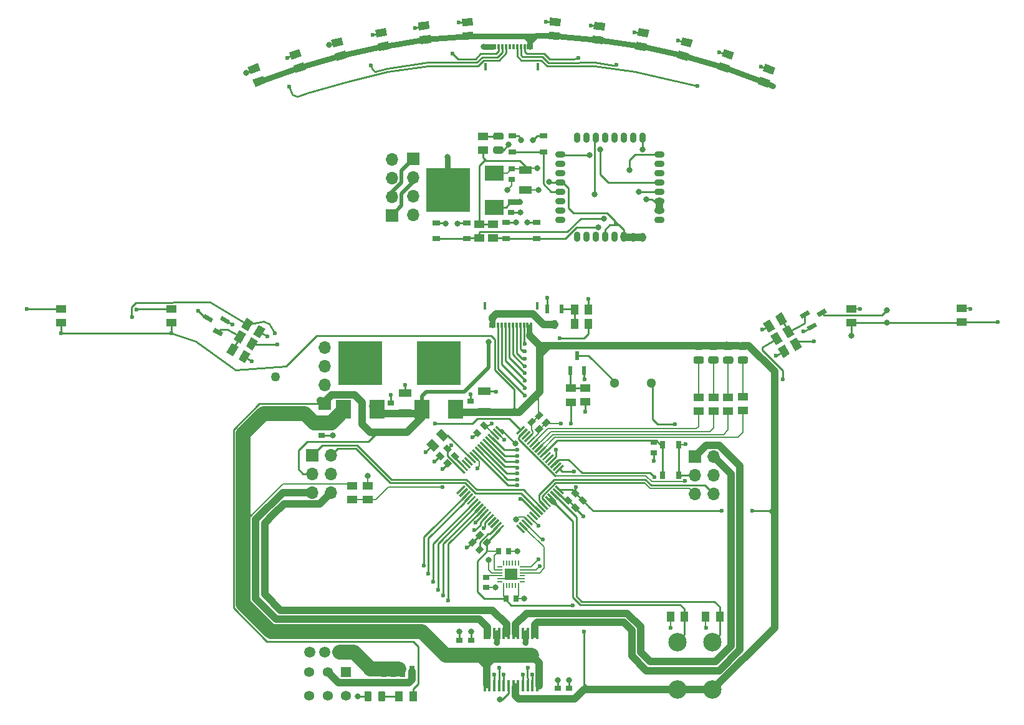
<source format=gtl>
%TF.GenerationSoftware,KiCad,Pcbnew,(5.1.8)-1*%
%TF.CreationDate,2023-07-29T11:14:22+09:00*%
%TF.ProjectId,Tracer,54726163-6572-42e6-9b69-6361645f7063,rev?*%
%TF.SameCoordinates,Original*%
%TF.FileFunction,Copper,L1,Top*%
%TF.FilePolarity,Positive*%
%FSLAX46Y46*%
G04 Gerber Fmt 4.6, Leading zero omitted, Abs format (unit mm)*
G04 Created by KiCad (PCBNEW (5.1.8)-1) date 2023-07-29 11:14:22*
%MOMM*%
%LPD*%
G01*
G04 APERTURE LIST*
%TA.AperFunction,SMDPad,CuDef*%
%ADD10R,1.470000X1.040000*%
%TD*%
%TA.AperFunction,SMDPad,CuDef*%
%ADD11R,0.300000X1.000000*%
%TD*%
%TA.AperFunction,SMDPad,CuDef*%
%ADD12R,0.300000X0.700000*%
%TD*%
%TA.AperFunction,SMDPad,CuDef*%
%ADD13C,0.100000*%
%TD*%
%TA.AperFunction,SMDPad,CuDef*%
%ADD14R,1.050000X0.650000*%
%TD*%
%TA.AperFunction,SMDPad,CuDef*%
%ADD15R,6.000000X6.000000*%
%TD*%
%TA.AperFunction,SMDPad,CuDef*%
%ADD16R,2.500000X2.000000*%
%TD*%
%TA.AperFunction,SMDPad,CuDef*%
%ADD17R,1.820000X1.070000*%
%TD*%
%TA.AperFunction,SMDPad,CuDef*%
%ADD18R,0.940000X0.750000*%
%TD*%
%TA.AperFunction,SMDPad,CuDef*%
%ADD19O,0.900000X1.200000*%
%TD*%
%TA.AperFunction,SMDPad,CuDef*%
%ADD20O,0.900000X1.400000*%
%TD*%
%TA.AperFunction,SMDPad,CuDef*%
%ADD21O,1.400000X0.900000*%
%TD*%
%TA.AperFunction,ComponentPad*%
%ADD22O,1.700000X1.700000*%
%TD*%
%TA.AperFunction,ComponentPad*%
%ADD23R,1.700000X1.700000*%
%TD*%
%TA.AperFunction,ComponentPad*%
%ADD24C,1.500000*%
%TD*%
%TA.AperFunction,SMDPad,CuDef*%
%ADD25R,1.040000X1.470000*%
%TD*%
%TA.AperFunction,ComponentPad*%
%ADD26C,2.500000*%
%TD*%
%TA.AperFunction,SMDPad,CuDef*%
%ADD27R,1.750000X1.590000*%
%TD*%
%TA.AperFunction,SMDPad,CuDef*%
%ADD28R,0.750000X0.200000*%
%TD*%
%TA.AperFunction,SMDPad,CuDef*%
%ADD29R,0.200000X0.750000*%
%TD*%
%TA.AperFunction,SMDPad,CuDef*%
%ADD30R,0.650000X1.050000*%
%TD*%
%TA.AperFunction,SMDPad,CuDef*%
%ADD31R,2.000000X2.500000*%
%TD*%
%TA.AperFunction,ComponentPad*%
%ADD32C,1.300000*%
%TD*%
%TA.AperFunction,SMDPad,CuDef*%
%ADD33R,0.450000X1.525000*%
%TD*%
%TA.AperFunction,SMDPad,CuDef*%
%ADD34R,0.750000X0.940000*%
%TD*%
%TA.AperFunction,SMDPad,CuDef*%
%ADD35R,0.700000X1.525000*%
%TD*%
%TA.AperFunction,ComponentPad*%
%ADD36C,1.358000*%
%TD*%
%TA.AperFunction,ComponentPad*%
%ADD37R,1.358000X1.358000*%
%TD*%
%TA.AperFunction,SMDPad,CuDef*%
%ADD38R,0.600000X1.300000*%
%TD*%
%TA.AperFunction,ComponentPad*%
%ADD39C,1.275000*%
%TD*%
%TA.AperFunction,ComponentPad*%
%ADD40R,1.275000X1.275000*%
%TD*%
%TA.AperFunction,ViaPad*%
%ADD41C,0.800000*%
%TD*%
%TA.AperFunction,ViaPad*%
%ADD42C,0.600000*%
%TD*%
%TA.AperFunction,ViaPad*%
%ADD43C,1.000000*%
%TD*%
%TA.AperFunction,Conductor*%
%ADD44C,0.250000*%
%TD*%
%TA.AperFunction,Conductor*%
%ADD45C,0.200000*%
%TD*%
%TA.AperFunction,Conductor*%
%ADD46C,0.800000*%
%TD*%
%TA.AperFunction,Conductor*%
%ADD47C,2.000000*%
%TD*%
%TA.AperFunction,Conductor*%
%ADD48C,1.000000*%
%TD*%
%TA.AperFunction,Conductor*%
%ADD49C,0.500000*%
%TD*%
G04 APERTURE END LIST*
D10*
%TO.P,R45,2*%
%TO.N,+3.3V_1*%
X111600000Y-58720000D03*
%TO.P,R45,1*%
%TO.N,Boot1*%
X111600000Y-60600000D03*
%TD*%
%TO.P,R44,2*%
%TO.N,+3.3V_1*%
X113500000Y-58720000D03*
%TO.P,R44,1*%
%TO.N,SW2*%
X113500000Y-60600000D03*
%TD*%
D11*
%TO.P,J5,MP2*%
%TO.N,Net-(J5-PadMP2)*%
X119530000Y-37270000D03*
%TO.P,J5,MP1*%
%TO.N,Net-(J5-PadMP1)*%
X112450000Y-37270000D03*
D12*
%TO.P,J5,12*%
%TO.N,+3.3V1*%
X118740000Y-34620000D03*
%TO.P,J5,11*%
X118240000Y-34620000D03*
%TO.P,J5,10*%
%TO.N,R1_S*%
X117740000Y-34620000D03*
%TO.P,J5,9*%
%TO.N,R2_S*%
X117240000Y-34620000D03*
%TO.P,J5,8*%
%TO.N,R3_S*%
X116740000Y-34620000D03*
%TO.P,J5,7*%
%TO.N,Net-(J5-Pad7)*%
X116240000Y-34620000D03*
%TO.P,J5,6*%
%TO.N,Net-(J5-Pad6)*%
X115740000Y-34620000D03*
%TO.P,J5,5*%
%TO.N,L3_S*%
X115240000Y-34620000D03*
%TO.P,J5,4*%
%TO.N,L2_S*%
X114740000Y-34620000D03*
%TO.P,J5,3*%
%TO.N,L1_S*%
X114240000Y-34620000D03*
%TO.P,J5,2*%
%TO.N,GND1*%
X113740000Y-34620000D03*
%TO.P,J5,1*%
X113240000Y-34620000D03*
%TD*%
%TO.P,D6,2*%
%TO.N,Net-(D6-Pad2)*%
%TA.AperFunction,SMDPad,CuDef*%
G36*
G01*
X114656250Y-47250000D02*
X113743750Y-47250000D01*
G75*
G02*
X113500000Y-47006250I0J243750D01*
G01*
X113500000Y-46518750D01*
G75*
G02*
X113743750Y-46275000I243750J0D01*
G01*
X114656250Y-46275000D01*
G75*
G02*
X114900000Y-46518750I0J-243750D01*
G01*
X114900000Y-47006250D01*
G75*
G02*
X114656250Y-47250000I-243750J0D01*
G01*
G37*
%TD.AperFunction*%
%TO.P,D6,1*%
%TO.N,GND2*%
%TA.AperFunction,SMDPad,CuDef*%
G36*
G01*
X114656250Y-49125000D02*
X113743750Y-49125000D01*
G75*
G02*
X113500000Y-48881250I0J243750D01*
G01*
X113500000Y-48393750D01*
G75*
G02*
X113743750Y-48150000I243750J0D01*
G01*
X114656250Y-48150000D01*
G75*
G02*
X114900000Y-48393750I0J-243750D01*
G01*
X114900000Y-48881250D01*
G75*
G02*
X114656250Y-49125000I-243750J0D01*
G01*
G37*
%TD.AperFunction*%
%TD*%
%TA.AperFunction,SMDPad,CuDef*%
D13*
%TO.P,R26,2*%
%TO.N,Net-(IC18-Pad1)*%
G36*
X104851267Y-32179582D02*
G01*
X103392539Y-32361276D01*
X103263993Y-31329250D01*
X104722721Y-31147556D01*
X104851267Y-32179582D01*
G37*
%TD.AperFunction*%
%TA.AperFunction,SMDPad,CuDef*%
%TO.P,R26,1*%
%TO.N,+3.3V1*%
G36*
X105083637Y-34045166D02*
G01*
X103624909Y-34226860D01*
X103496363Y-33194834D01*
X104955091Y-33013140D01*
X105083637Y-34045166D01*
G37*
%TD.AperFunction*%
%TD*%
%TA.AperFunction,SMDPad,CuDef*%
%TO.P,R27,2*%
%TO.N,Net-(IC19-Pad1)*%
G36*
X99059713Y-33047182D02*
G01*
X97615272Y-33320112D01*
X97422179Y-32298194D01*
X98866620Y-32025264D01*
X99059713Y-33047182D01*
G37*
%TD.AperFunction*%
%TA.AperFunction,SMDPad,CuDef*%
%TO.P,R27,1*%
%TO.N,+3.3V1*%
G36*
X99408767Y-34894494D02*
G01*
X97964326Y-35167424D01*
X97771233Y-34145506D01*
X99215674Y-33872576D01*
X99408767Y-34894494D01*
G37*
%TD.AperFunction*%
%TD*%
%TA.AperFunction,SMDPad,CuDef*%
%TO.P,R29,2*%
%TO.N,Net-(IC21-Pad1)*%
G36*
X87471417Y-35899924D02*
G01*
X86072574Y-36351738D01*
X85752923Y-35362080D01*
X87151766Y-34910266D01*
X87471417Y-35899924D01*
G37*
%TD.AperFunction*%
%TA.AperFunction,SMDPad,CuDef*%
%TO.P,R29,1*%
%TO.N,+3.3V1*%
G36*
X88049247Y-37688922D02*
G01*
X86650404Y-38140736D01*
X86330753Y-37151078D01*
X87729596Y-36699264D01*
X88049247Y-37688922D01*
G37*
%TD.AperFunction*%
%TD*%
%TA.AperFunction,SMDPad,CuDef*%
%TO.P,R28,2*%
%TO.N,Net-(IC20-Pad1)*%
G36*
X93166308Y-34320594D02*
G01*
X91741855Y-34683682D01*
X91484976Y-33675906D01*
X92909429Y-33312818D01*
X93166308Y-34320594D01*
G37*
%TD.AperFunction*%
%TA.AperFunction,SMDPad,CuDef*%
%TO.P,R28,1*%
%TO.N,+3.3V1*%
G36*
X93630666Y-36142344D02*
G01*
X92206213Y-36505432D01*
X91949334Y-35497656D01*
X93373787Y-35134568D01*
X93630666Y-36142344D01*
G37*
%TD.AperFunction*%
%TD*%
%TA.AperFunction,SMDPad,CuDef*%
%TO.P,R19,2*%
%TO.N,Net-(IC14-Pad1)*%
G36*
X140338145Y-34683682D02*
G01*
X138913692Y-34320594D01*
X139170571Y-33312818D01*
X140595024Y-33675906D01*
X140338145Y-34683682D01*
G37*
%TD.AperFunction*%
%TA.AperFunction,SMDPad,CuDef*%
%TO.P,R19,1*%
%TO.N,+3.3V1*%
G36*
X139873787Y-36505432D02*
G01*
X138449334Y-36142344D01*
X138706213Y-35134568D01*
X140130666Y-35497656D01*
X139873787Y-36505432D01*
G37*
%TD.AperFunction*%
%TD*%
%TA.AperFunction,SMDPad,CuDef*%
%TO.P,R17,2*%
%TO.N,Net-(IC12-Pad1)*%
G36*
X128571276Y-32394068D02*
G01*
X127112548Y-32212374D01*
X127241094Y-31180348D01*
X128699822Y-31362042D01*
X128571276Y-32394068D01*
G37*
%TD.AperFunction*%
%TA.AperFunction,SMDPad,CuDef*%
%TO.P,R17,1*%
%TO.N,+3.3V1*%
G36*
X128338906Y-34259652D02*
G01*
X126880178Y-34077958D01*
X127008724Y-33045932D01*
X128467452Y-33227626D01*
X128338906Y-34259652D01*
G37*
%TD.AperFunction*%
%TD*%
%TA.AperFunction,SMDPad,CuDef*%
%TO.P,R20,2*%
%TO.N,Net-(IC15-Pad1)*%
G36*
X145918511Y-36346237D02*
G01*
X144519668Y-35894423D01*
X144839319Y-34904765D01*
X146238162Y-35356579D01*
X145918511Y-36346237D01*
G37*
%TD.AperFunction*%
%TA.AperFunction,SMDPad,CuDef*%
%TO.P,R20,1*%
%TO.N,+3.3V1*%
G36*
X145340681Y-38135235D02*
G01*
X143941838Y-37683421D01*
X144261489Y-36693763D01*
X145660332Y-37145577D01*
X145340681Y-38135235D01*
G37*
%TD.AperFunction*%
%TD*%
%TA.AperFunction,SMDPad,CuDef*%
%TO.P,R18,2*%
%TO.N,Net-(IC13-Pad1)*%
G36*
X134490201Y-33343768D02*
G01*
X133045760Y-33070838D01*
X133238853Y-32048920D01*
X134683294Y-32321850D01*
X134490201Y-33343768D01*
G37*
%TD.AperFunction*%
%TA.AperFunction,SMDPad,CuDef*%
%TO.P,R18,1*%
%TO.N,+3.3V1*%
G36*
X134141147Y-35191080D02*
G01*
X132696706Y-34918150D01*
X132889799Y-33896232D01*
X134334240Y-34169162D01*
X134141147Y-35191080D01*
G37*
%TD.AperFunction*%
%TD*%
%TA.AperFunction,SMDPad,CuDef*%
%TO.P,R30,2*%
%TO.N,Net-(IC22-Pad1)*%
G36*
X81878094Y-37785581D02*
G01*
X80509442Y-38321949D01*
X80129970Y-37353651D01*
X81498622Y-36817283D01*
X81878094Y-37785581D01*
G37*
%TD.AperFunction*%
%TA.AperFunction,SMDPad,CuDef*%
%TO.P,R30,1*%
%TO.N,+3.3V1*%
G36*
X82564062Y-39535965D02*
G01*
X81195410Y-40072333D01*
X80815938Y-39104035D01*
X82184590Y-38567667D01*
X82564062Y-39535965D01*
G37*
%TD.AperFunction*%
%TD*%
%TA.AperFunction,SMDPad,CuDef*%
%TO.P,R21,2*%
%TO.N,Net-(IC16-Pad1)*%
G36*
X151470558Y-38421949D02*
G01*
X150101906Y-37885581D01*
X150481378Y-36917283D01*
X151850030Y-37453651D01*
X151470558Y-38421949D01*
G37*
%TD.AperFunction*%
%TA.AperFunction,SMDPad,CuDef*%
%TO.P,R21,1*%
%TO.N,+3.3V1*%
G36*
X150784590Y-40172333D02*
G01*
X149415938Y-39635965D01*
X149795410Y-38667667D01*
X151164062Y-39204035D01*
X150784590Y-40172333D01*
G37*
%TD.AperFunction*%
%TD*%
%TA.AperFunction,SMDPad,CuDef*%
%TO.P,R25,2*%
%TO.N,Net-(IC17-Pad1)*%
G36*
X110738155Y-31716533D02*
G01*
X109271055Y-31808835D01*
X109205753Y-30770887D01*
X110672853Y-30678585D01*
X110738155Y-31716533D01*
G37*
%TD.AperFunction*%
%TA.AperFunction,SMDPad,CuDef*%
%TO.P,R25,1*%
%TO.N,+3.3V1*%
G36*
X110856201Y-33592823D02*
G01*
X109389101Y-33685125D01*
X109323799Y-32647177D01*
X110790899Y-32554875D01*
X110856201Y-33592823D01*
G37*
%TD.AperFunction*%
%TD*%
%TA.AperFunction,SMDPad,CuDef*%
%TO.P,R16,2*%
%TO.N,Net-(IC11-Pad1)*%
G36*
X122590899Y-31785125D02*
G01*
X121123799Y-31692823D01*
X121189101Y-30654875D01*
X122656201Y-30747177D01*
X122590899Y-31785125D01*
G37*
%TD.AperFunction*%
%TA.AperFunction,SMDPad,CuDef*%
%TO.P,R16,1*%
%TO.N,+3.3V1*%
G36*
X122472853Y-33661415D02*
G01*
X121005753Y-33569113D01*
X121071055Y-32531165D01*
X122538155Y-32623467D01*
X122472853Y-33661415D01*
G37*
%TD.AperFunction*%
%TD*%
D10*
%TO.P,R46,2*%
%TO.N,Net-(D6-Pad2)*%
X112100000Y-46800000D03*
%TO.P,R46,1*%
%TO.N,+3.3V_1*%
X112100000Y-48680000D03*
%TD*%
D14*
%TO.P,S2,2*%
%TO.N,Boot1*%
X109900000Y-60700000D03*
X105750000Y-60700000D03*
%TO.P,S2,1*%
%TO.N,GND2*%
X109900000Y-58550000D03*
X105750000Y-58550000D03*
%TD*%
%TO.P,S4,2*%
%TO.N,Net-(S4-Pad2)*%
X120275000Y-48875000D03*
X116125000Y-48875000D03*
%TO.P,S4,1*%
%TO.N,GND2*%
X120275000Y-46725000D03*
X116125000Y-46725000D03*
%TD*%
D15*
%TO.P,IC23,3*%
%TO.N,GND2*%
X107400000Y-54100000D03*
D16*
%TO.P,IC23,2*%
%TO.N,+3.3V_1*%
X113650000Y-51800000D03*
%TO.P,IC23,1*%
%TO.N,+5V1*%
X113650000Y-56400000D03*
%TD*%
D17*
%TO.P,C24,2*%
%TO.N,GND2*%
X117900000Y-54100000D03*
%TO.P,C24,1*%
%TO.N,+3.3V_1*%
X117900000Y-51340000D03*
%TD*%
D14*
%TO.P,S3,2*%
%TO.N,SW2*%
X119400000Y-60650000D03*
X115250000Y-60650000D03*
%TO.P,S3,1*%
%TO.N,GND2*%
X119400000Y-58500000D03*
X115250000Y-58500000D03*
%TD*%
D18*
%TO.P,C22,2*%
%TO.N,GND2*%
X115900000Y-57100000D03*
%TO.P,C22,1*%
%TO.N,+5V1*%
X115900000Y-55700000D03*
%TD*%
D19*
%TO.P,U1,32*%
%TO.N,GND2*%
X133745000Y-60535000D03*
%TO.P,U1,31*%
X132475000Y-60535000D03*
D20*
%TO.P,U1,30*%
X131205000Y-60435000D03*
%TO.P,U1,29*%
%TO.N,Net-(U1-Pad29)*%
X129935000Y-60435000D03*
%TO.P,U1,28*%
%TO.N,GND2*%
X128665000Y-60435000D03*
%TO.P,U1,27*%
%TO.N,Net-(U1-Pad27)*%
X127395000Y-60435000D03*
%TO.P,U1,26*%
%TO.N,Net-(U1-Pad26)*%
X126125000Y-60435000D03*
%TO.P,U1,25*%
%TO.N,Net-(U1-Pad25)*%
X124855000Y-60435000D03*
D21*
%TO.P,U1,24*%
%TO.N,Net-(U1-Pad24)*%
X122565000Y-58145000D03*
%TO.P,U1,23*%
%TO.N,Net-(U1-Pad23)*%
X122565000Y-56875000D03*
%TO.P,U1,22*%
%TO.N,Net-(U1-Pad22)*%
X122565000Y-55605000D03*
%TO.P,U1,21*%
%TO.N,Net-(S4-Pad2)*%
X122565000Y-54335000D03*
%TO.P,U1,20*%
%TO.N,GND2*%
X122565000Y-53065000D03*
%TO.P,U1,19*%
%TO.N,Net-(U1-Pad19)*%
X122565000Y-51795000D03*
%TO.P,U1,18*%
%TO.N,Net-(U1-Pad18)*%
X122565000Y-50525000D03*
%TO.P,U1,17*%
%TO.N,SDA*%
X122565000Y-49255000D03*
D20*
%TO.P,U1,16*%
%TO.N,Net-(U1-Pad16)*%
X124855000Y-46965000D03*
%TO.P,U1,15*%
%TO.N,Net-(U1-Pad15)*%
X126125000Y-46965000D03*
%TO.P,U1,14*%
%TO.N,SCL*%
X127395000Y-46965000D03*
%TO.P,U1,13*%
%TO.N,Net-(U1-Pad13)*%
X128665000Y-46965000D03*
%TO.P,U1,12*%
%TO.N,Net-(U1-Pad12)*%
X129935000Y-46965000D03*
%TO.P,U1,11*%
%TO.N,Net-(U1-Pad11)*%
X131205000Y-46965000D03*
%TO.P,U1,10*%
%TO.N,Net-(U1-Pad10)*%
X132475000Y-46965000D03*
%TO.P,U1,9*%
%TO.N,USART_RX*%
X133745000Y-46965000D03*
D21*
%TO.P,U1,8*%
%TO.N,USART_TX*%
X136035000Y-49255000D03*
%TO.P,U1,7*%
%TO.N,Net-(U1-Pad7)*%
X136035000Y-50525000D03*
%TO.P,U1,6*%
%TO.N,Net-(U1-Pad6)*%
X136035000Y-51795000D03*
%TO.P,U1,5*%
%TO.N,+3.3V_1*%
X136035000Y-53065000D03*
%TO.P,U1,4*%
%TO.N,SW2*%
X136035000Y-54335000D03*
%TO.P,U1,3*%
%TO.N,Boot1*%
X136035000Y-55605000D03*
%TO.P,U1,2*%
X136035000Y-56875000D03*
%TO.P,U1,1*%
%TO.N,Net-(U1-Pad1)*%
X136035000Y-58145000D03*
%TD*%
D18*
%TO.P,C23,2*%
%TO.N,GND2*%
X116000000Y-52600000D03*
%TO.P,C23,1*%
%TO.N,+3.3V_1*%
X116000000Y-51200000D03*
%TD*%
D22*
%TO.P,J7,4*%
%TO.N,USART_RX*%
X99700000Y-49880000D03*
%TO.P,J7,3*%
%TO.N,USART_TX*%
X99700000Y-52420000D03*
%TO.P,J7,2*%
%TO.N,GND2*%
X99700000Y-54960000D03*
D23*
%TO.P,J7,1*%
%TO.N,+5V1*%
X99700000Y-57500000D03*
%TD*%
D22*
%TO.P,J8,4*%
%TO.N,SDA*%
X102600000Y-57490000D03*
%TO.P,J8,3*%
%TO.N,SCL*%
X102600000Y-54950000D03*
%TO.P,J8,2*%
%TO.N,+5V1*%
X102600000Y-52410000D03*
D23*
%TO.P,J8,1*%
%TO.N,GND2*%
X102600000Y-49870000D03*
%TD*%
%TO.P,D1,2*%
%TO.N,Net-(D1-Pad2)*%
%TA.AperFunction,SMDPad,CuDef*%
G36*
G01*
X97850000Y-123356250D02*
X97850000Y-122443750D01*
G75*
G02*
X98093750Y-122200000I243750J0D01*
G01*
X98581250Y-122200000D01*
G75*
G02*
X98825000Y-122443750I0J-243750D01*
G01*
X98825000Y-123356250D01*
G75*
G02*
X98581250Y-123600000I-243750J0D01*
G01*
X98093750Y-123600000D01*
G75*
G02*
X97850000Y-123356250I0J243750D01*
G01*
G37*
%TD.AperFunction*%
%TO.P,D1,1*%
%TO.N,GND*%
%TA.AperFunction,SMDPad,CuDef*%
G36*
G01*
X95975000Y-123356250D02*
X95975000Y-122443750D01*
G75*
G02*
X96218750Y-122200000I243750J0D01*
G01*
X96706250Y-122200000D01*
G75*
G02*
X96950000Y-122443750I0J-243750D01*
G01*
X96950000Y-123356250D01*
G75*
G02*
X96706250Y-123600000I-243750J0D01*
G01*
X96218750Y-123600000D01*
G75*
G02*
X95975000Y-123356250I0J243750D01*
G01*
G37*
%TD.AperFunction*%
%TD*%
D24*
%TO.P,J1,3*%
%TO.N,Net-(IC2-Pad1)*%
X92600000Y-116900000D03*
%TO.P,J1,2*%
%TO.N,Net-(J1-Pad2)*%
X90600000Y-116900000D03*
%TO.P,J1,1*%
%TO.N,GND*%
X88600000Y-116900000D03*
%TD*%
D25*
%TO.P,R6,2*%
%TO.N,GND*%
X137560000Y-112100000D03*
%TO.P,R6,1*%
%TO.N,Boot*%
X139440000Y-112100000D03*
%TD*%
D26*
%TO.P,SW2,2*%
%TO.N,Switch1*%
X143300000Y-115500000D03*
%TO.P,SW2,1*%
%TO.N,+3V3*%
X143300000Y-122000000D03*
%TD*%
D10*
%TO.P,R8,2*%
%TO.N,Net-(IC9-Pad1)*%
X69800000Y-70260000D03*
%TO.P,R8,1*%
%TO.N,+3V3*%
X69800000Y-72140000D03*
%TD*%
D25*
%TO.P,R42,2*%
%TO.N,Net-(Q4-Pad1)*%
X124520000Y-70300000D03*
%TO.P,R42,1*%
%TO.N,GND*%
X126400000Y-70300000D03*
%TD*%
D26*
%TO.P,SW3,2*%
%TO.N,Boot*%
X138500000Y-115500000D03*
%TO.P,SW3,1*%
%TO.N,+3V3*%
X138500000Y-122000000D03*
%TD*%
D10*
%TO.P,R14,2*%
%TO.N,Net-(IC8-Pad1)*%
X162100000Y-70260000D03*
%TO.P,R14,1*%
%TO.N,+3V3*%
X162100000Y-72140000D03*
%TD*%
%TA.AperFunction,SMDPad,CuDef*%
D13*
%TO.P,R38,2*%
%TO.N,Net-(Q2-Pad1)*%
G36*
X152517167Y-72496529D02*
G01*
X151782167Y-71223471D01*
X152682833Y-70703471D01*
X153417833Y-71976529D01*
X152517167Y-72496529D01*
G37*
%TD.AperFunction*%
%TA.AperFunction,SMDPad,CuDef*%
%TO.P,R38,1*%
%TO.N,GND*%
G36*
X150889039Y-73436529D02*
G01*
X150154039Y-72163471D01*
X151054705Y-71643471D01*
X151789705Y-72916529D01*
X150889039Y-73436529D01*
G37*
%TD.AperFunction*%
%TD*%
D10*
%TO.P,R13,2*%
%TO.N,Net-(IC7-Pad1)*%
X177100000Y-70160000D03*
%TO.P,R13,1*%
%TO.N,+3V3*%
X177100000Y-72040000D03*
%TD*%
D25*
%TO.P,R4,1*%
%TO.N,+5V*%
X102580000Y-122900000D03*
%TO.P,R4,2*%
%TO.N,Net-(D1-Pad2)*%
X100700000Y-122900000D03*
%TD*%
D10*
%TO.P,R7,2*%
%TO.N,LED1*%
X147400000Y-84080000D03*
%TO.P,R7,1*%
%TO.N,Net-(D2-Pad1)*%
X147400000Y-82200000D03*
%TD*%
%TA.AperFunction,SMDPad,CuDef*%
D13*
%TO.P,R15,2*%
%TO.N,GND*%
G36*
X80882167Y-73676529D02*
G01*
X81617167Y-72403471D01*
X82517833Y-72923471D01*
X81782833Y-74196529D01*
X80882167Y-73676529D01*
G37*
%TD.AperFunction*%
%TA.AperFunction,SMDPad,CuDef*%
%TO.P,R15,1*%
%TO.N,C_Sens*%
G36*
X79254039Y-72736529D02*
G01*
X79989039Y-71463471D01*
X80889705Y-71983471D01*
X80154705Y-73256529D01*
X79254039Y-72736529D01*
G37*
%TD.AperFunction*%
%TD*%
D27*
%TO.P,IC5,25*%
%TO.N,GND*%
X115900000Y-106300000D03*
D28*
%TO.P,IC5,24*%
%TO.N,gyro_mosi*%
X117400000Y-105300000D03*
%TO.P,IC5,23*%
%TO.N,gyro_clk*%
X117400000Y-105700000D03*
%TO.P,IC5,22*%
%TO.N,mpu_cs*%
X117400000Y-106100000D03*
%TO.P,IC5,21*%
%TO.N,Net-(IC5-Pad21)*%
X117400000Y-106500000D03*
%TO.P,IC5,20*%
%TO.N,GND*%
X117400000Y-106900000D03*
%TO.P,IC5,19*%
%TO.N,Net-(IC5-Pad19)*%
X117400000Y-107300000D03*
D29*
%TO.P,IC5,18*%
%TO.N,GND*%
X116900000Y-107800000D03*
%TO.P,IC5,17*%
%TO.N,Net-(IC5-Pad17)*%
X116500000Y-107800000D03*
%TO.P,IC5,16*%
%TO.N,Net-(IC5-Pad16)*%
X116100000Y-107800000D03*
%TO.P,IC5,15*%
%TO.N,Net-(IC5-Pad15)*%
X115700000Y-107800000D03*
%TO.P,IC5,14*%
%TO.N,Net-(IC5-Pad14)*%
X115300000Y-107800000D03*
%TO.P,IC5,13*%
%TO.N,+3V3*%
X114900000Y-107800000D03*
D28*
%TO.P,IC5,12*%
%TO.N,Net-(IC5-Pad12)*%
X114400000Y-107300000D03*
%TO.P,IC5,11*%
%TO.N,GND*%
X114400000Y-106900000D03*
%TO.P,IC5,10*%
%TO.N,Net-(C5-Pad1)*%
X114400000Y-106500000D03*
%TO.P,IC5,9*%
%TO.N,gyro_miso*%
X114400000Y-106100000D03*
%TO.P,IC5,8*%
%TO.N,+3V3*%
X114400000Y-105700000D03*
%TO.P,IC5,7*%
%TO.N,Net-(IC5-Pad7)*%
X114400000Y-105300000D03*
D29*
%TO.P,IC5,6*%
%TO.N,Net-(IC5-Pad6)*%
X114900000Y-104800000D03*
%TO.P,IC5,5*%
%TO.N,Net-(IC5-Pad5)*%
X115300000Y-104800000D03*
%TO.P,IC5,4*%
%TO.N,Net-(IC5-Pad4)*%
X115700000Y-104800000D03*
%TO.P,IC5,3*%
%TO.N,Net-(IC5-Pad3)*%
X116100000Y-104800000D03*
%TO.P,IC5,2*%
%TO.N,Net-(IC5-Pad2)*%
X116500000Y-104800000D03*
%TO.P,IC5,1*%
%TO.N,Net-(IC5-Pad1)*%
X116900000Y-104800000D03*
%TD*%
%TA.AperFunction,SMDPad,CuDef*%
D13*
%TO.P,IC6,64*%
%TO.N,+3V3*%
G36*
X122093604Y-94191006D02*
G01*
X123136586Y-95233988D01*
X122924454Y-95446120D01*
X121881472Y-94403138D01*
X122093604Y-94191006D01*
G37*
%TD.AperFunction*%
%TA.AperFunction,SMDPad,CuDef*%
%TO.P,IC6,63*%
%TO.N,GND*%
G36*
X121740051Y-94544560D02*
G01*
X122783033Y-95587542D01*
X122570901Y-95799674D01*
X121527919Y-94756692D01*
X121740051Y-94544560D01*
G37*
%TD.AperFunction*%
%TA.AperFunction,SMDPad,CuDef*%
%TO.P,IC6,62*%
%TO.N,Switch1*%
G36*
X121386497Y-94898113D02*
G01*
X122429479Y-95941095D01*
X122217347Y-96153227D01*
X121174365Y-95110245D01*
X121386497Y-94898113D01*
G37*
%TD.AperFunction*%
%TA.AperFunction,SMDPad,CuDef*%
%TO.P,IC6,61*%
%TO.N,Boot*%
G36*
X121032944Y-95251666D02*
G01*
X122075926Y-96294648D01*
X121863794Y-96506780D01*
X120820812Y-95463798D01*
X121032944Y-95251666D01*
G37*
%TD.AperFunction*%
%TA.AperFunction,SMDPad,CuDef*%
%TO.P,IC6,60*%
G36*
X120679391Y-95605220D02*
G01*
X121722373Y-96648202D01*
X121510241Y-96860334D01*
X120467259Y-95817352D01*
X120679391Y-95605220D01*
G37*
%TD.AperFunction*%
%TA.AperFunction,SMDPad,CuDef*%
%TO.P,IC6,59*%
%TO.N,outB_R*%
G36*
X120325837Y-95958773D02*
G01*
X121368819Y-97001755D01*
X121156687Y-97213887D01*
X120113705Y-96170905D01*
X120325837Y-95958773D01*
G37*
%TD.AperFunction*%
%TA.AperFunction,SMDPad,CuDef*%
%TO.P,IC6,58*%
%TO.N,outA_R*%
G36*
X119972284Y-96312327D02*
G01*
X121015266Y-97355309D01*
X120803134Y-97567441D01*
X119760152Y-96524459D01*
X119972284Y-96312327D01*
G37*
%TD.AperFunction*%
%TA.AperFunction,SMDPad,CuDef*%
%TO.P,IC6,57*%
%TO.N,outB_L*%
G36*
X119618730Y-96665880D02*
G01*
X120661712Y-97708862D01*
X120449580Y-97920994D01*
X119406598Y-96878012D01*
X119618730Y-96665880D01*
G37*
%TD.AperFunction*%
%TA.AperFunction,SMDPad,CuDef*%
%TO.P,IC6,56*%
%TO.N,outA_L*%
G36*
X119265177Y-97019433D02*
G01*
X120308159Y-98062415D01*
X120096027Y-98274547D01*
X119053045Y-97231565D01*
X119265177Y-97019433D01*
G37*
%TD.AperFunction*%
%TA.AperFunction,SMDPad,CuDef*%
%TO.P,IC6,55*%
%TO.N,BUZZER*%
G36*
X118911624Y-97372987D02*
G01*
X119954606Y-98415969D01*
X119742474Y-98628101D01*
X118699492Y-97585119D01*
X118911624Y-97372987D01*
G37*
%TD.AperFunction*%
%TA.AperFunction,SMDPad,CuDef*%
%TO.P,IC6,54*%
%TO.N,Net-(IC6-Pad54)*%
G36*
X118558070Y-97726540D02*
G01*
X119601052Y-98769522D01*
X119388920Y-98981654D01*
X118345938Y-97938672D01*
X118558070Y-97726540D01*
G37*
%TD.AperFunction*%
%TA.AperFunction,SMDPad,CuDef*%
%TO.P,IC6,53*%
%TO.N,gyro_mosi*%
G36*
X118204517Y-98080094D02*
G01*
X119247499Y-99123076D01*
X119035367Y-99335208D01*
X117992385Y-98292226D01*
X118204517Y-98080094D01*
G37*
%TD.AperFunction*%
%TA.AperFunction,SMDPad,CuDef*%
%TO.P,IC6,52*%
%TO.N,gyro_miso*%
G36*
X117850963Y-98433647D02*
G01*
X118893945Y-99476629D01*
X118681813Y-99688761D01*
X117638831Y-98645779D01*
X117850963Y-98433647D01*
G37*
%TD.AperFunction*%
%TA.AperFunction,SMDPad,CuDef*%
%TO.P,IC6,51*%
%TO.N,gyro_clk*%
G36*
X117497410Y-98787200D02*
G01*
X118540392Y-99830182D01*
X118328260Y-100042314D01*
X117285278Y-98999332D01*
X117497410Y-98787200D01*
G37*
%TD.AperFunction*%
%TA.AperFunction,SMDPad,CuDef*%
%TO.P,IC6,50*%
%TO.N,mpu_cs*%
G36*
X117143857Y-99140754D02*
G01*
X118186839Y-100183736D01*
X117974707Y-100395868D01*
X116931725Y-99352886D01*
X117143857Y-99140754D01*
G37*
%TD.AperFunction*%
%TA.AperFunction,SMDPad,CuDef*%
%TO.P,IC6,49*%
%TO.N,Net-(IC6-Pad49)*%
G36*
X116790303Y-99494307D02*
G01*
X117833285Y-100537289D01*
X117621153Y-100749421D01*
X116578171Y-99706439D01*
X116790303Y-99494307D01*
G37*
%TD.AperFunction*%
%TA.AperFunction,SMDPad,CuDef*%
%TO.P,IC6,48*%
%TO.N,+3V3*%
G36*
X113766715Y-100537289D02*
G01*
X114809697Y-99494307D01*
X115021829Y-99706439D01*
X113978847Y-100749421D01*
X113766715Y-100537289D01*
G37*
%TD.AperFunction*%
%TA.AperFunction,SMDPad,CuDef*%
%TO.P,IC6,47*%
%TO.N,Net-(C14-Pad1)*%
G36*
X113413161Y-100183736D02*
G01*
X114456143Y-99140754D01*
X114668275Y-99352886D01*
X113625293Y-100395868D01*
X113413161Y-100183736D01*
G37*
%TD.AperFunction*%
%TA.AperFunction,SMDPad,CuDef*%
%TO.P,IC6,46*%
%TO.N,Net-(IC6-Pad46)*%
G36*
X113059608Y-99830182D02*
G01*
X114102590Y-98787200D01*
X114314722Y-98999332D01*
X113271740Y-100042314D01*
X113059608Y-99830182D01*
G37*
%TD.AperFunction*%
%TA.AperFunction,SMDPad,CuDef*%
%TO.P,IC6,45*%
%TO.N,Net-(IC6-Pad45)*%
G36*
X112706055Y-99476629D02*
G01*
X113749037Y-98433647D01*
X113961169Y-98645779D01*
X112918187Y-99688761D01*
X112706055Y-99476629D01*
G37*
%TD.AperFunction*%
%TA.AperFunction,SMDPad,CuDef*%
%TO.P,IC6,44*%
%TO.N,Corner_S*%
G36*
X112352501Y-99123076D02*
G01*
X113395483Y-98080094D01*
X113607615Y-98292226D01*
X112564633Y-99335208D01*
X112352501Y-99123076D01*
G37*
%TD.AperFunction*%
%TA.AperFunction,SMDPad,CuDef*%
%TO.P,IC6,43*%
%TO.N,USART1_RX*%
G36*
X111998948Y-98769522D02*
G01*
X113041930Y-97726540D01*
X113254062Y-97938672D01*
X112211080Y-98981654D01*
X111998948Y-98769522D01*
G37*
%TD.AperFunction*%
%TA.AperFunction,SMDPad,CuDef*%
%TO.P,IC6,42*%
%TO.N,USART1_TX*%
G36*
X111645394Y-98415969D02*
G01*
X112688376Y-97372987D01*
X112900508Y-97585119D01*
X111857526Y-98628101D01*
X111645394Y-98415969D01*
G37*
%TD.AperFunction*%
%TA.AperFunction,SMDPad,CuDef*%
%TO.P,IC6,41*%
%TO.N,in1_R*%
G36*
X111291841Y-98062415D02*
G01*
X112334823Y-97019433D01*
X112546955Y-97231565D01*
X111503973Y-98274547D01*
X111291841Y-98062415D01*
G37*
%TD.AperFunction*%
%TA.AperFunction,SMDPad,CuDef*%
%TO.P,IC6,40*%
%TO.N,in2_R*%
G36*
X110938288Y-97708862D02*
G01*
X111981270Y-96665880D01*
X112193402Y-96878012D01*
X111150420Y-97920994D01*
X110938288Y-97708862D01*
G37*
%TD.AperFunction*%
%TA.AperFunction,SMDPad,CuDef*%
%TO.P,IC6,39*%
%TO.N,pwm_R*%
G36*
X110584734Y-97355309D02*
G01*
X111627716Y-96312327D01*
X111839848Y-96524459D01*
X110796866Y-97567441D01*
X110584734Y-97355309D01*
G37*
%TD.AperFunction*%
%TA.AperFunction,SMDPad,CuDef*%
%TO.P,IC6,38*%
%TO.N,pwm_L*%
G36*
X110231181Y-97001755D02*
G01*
X111274163Y-95958773D01*
X111486295Y-96170905D01*
X110443313Y-97213887D01*
X110231181Y-97001755D01*
G37*
%TD.AperFunction*%
%TA.AperFunction,SMDPad,CuDef*%
%TO.P,IC6,37*%
%TO.N,Net-(IC6-Pad37)*%
G36*
X109877627Y-96648202D02*
G01*
X110920609Y-95605220D01*
X111132741Y-95817352D01*
X110089759Y-96860334D01*
X109877627Y-96648202D01*
G37*
%TD.AperFunction*%
%TA.AperFunction,SMDPad,CuDef*%
%TO.P,IC6,36*%
%TO.N,in2_L*%
G36*
X109524074Y-96294648D02*
G01*
X110567056Y-95251666D01*
X110779188Y-95463798D01*
X109736206Y-96506780D01*
X109524074Y-96294648D01*
G37*
%TD.AperFunction*%
%TA.AperFunction,SMDPad,CuDef*%
%TO.P,IC6,35*%
%TO.N,in1_L*%
G36*
X109170521Y-95941095D02*
G01*
X110213503Y-94898113D01*
X110425635Y-95110245D01*
X109382653Y-96153227D01*
X109170521Y-95941095D01*
G37*
%TD.AperFunction*%
%TA.AperFunction,SMDPad,CuDef*%
%TO.P,IC6,34*%
%TO.N,Net-(IC6-Pad34)*%
G36*
X108816967Y-95587542D02*
G01*
X109859949Y-94544560D01*
X110072081Y-94756692D01*
X109029099Y-95799674D01*
X108816967Y-95587542D01*
G37*
%TD.AperFunction*%
%TA.AperFunction,SMDPad,CuDef*%
%TO.P,IC6,33*%
%TO.N,Net-(IC6-Pad33)*%
G36*
X108463414Y-95233988D02*
G01*
X109506396Y-94191006D01*
X109718528Y-94403138D01*
X108675546Y-95446120D01*
X108463414Y-95233988D01*
G37*
%TD.AperFunction*%
%TA.AperFunction,SMDPad,CuDef*%
%TO.P,IC6,32*%
%TO.N,+3V3*%
G36*
X108675546Y-91379550D02*
G01*
X109718528Y-92422532D01*
X109506396Y-92634664D01*
X108463414Y-91591682D01*
X108675546Y-91379550D01*
G37*
%TD.AperFunction*%
%TA.AperFunction,SMDPad,CuDef*%
%TO.P,IC6,31*%
%TO.N,Net-(C20-Pad1)*%
G36*
X109029099Y-91025996D02*
G01*
X110072081Y-92068978D01*
X109859949Y-92281110D01*
X108816967Y-91238128D01*
X109029099Y-91025996D01*
G37*
%TD.AperFunction*%
%TA.AperFunction,SMDPad,CuDef*%
%TO.P,IC6,30*%
%TO.N,Net-(IC6-Pad30)*%
G36*
X109382653Y-90672443D02*
G01*
X110425635Y-91715425D01*
X110213503Y-91927557D01*
X109170521Y-90884575D01*
X109382653Y-90672443D01*
G37*
%TD.AperFunction*%
%TA.AperFunction,SMDPad,CuDef*%
%TO.P,IC6,29*%
%TO.N,Net-(IC6-Pad29)*%
G36*
X109736206Y-90318890D02*
G01*
X110779188Y-91361872D01*
X110567056Y-91574004D01*
X109524074Y-90531022D01*
X109736206Y-90318890D01*
G37*
%TD.AperFunction*%
%TA.AperFunction,SMDPad,CuDef*%
%TO.P,IC6,28*%
%TO.N,Net-(IC6-Pad28)*%
G36*
X110089759Y-89965336D02*
G01*
X111132741Y-91008318D01*
X110920609Y-91220450D01*
X109877627Y-90177468D01*
X110089759Y-89965336D01*
G37*
%TD.AperFunction*%
%TA.AperFunction,SMDPad,CuDef*%
%TO.P,IC6,27*%
%TO.N,Battery_AD*%
G36*
X110443313Y-89611783D02*
G01*
X111486295Y-90654765D01*
X111274163Y-90866897D01*
X110231181Y-89823915D01*
X110443313Y-89611783D01*
G37*
%TD.AperFunction*%
%TA.AperFunction,SMDPad,CuDef*%
%TO.P,IC6,26*%
%TO.N,R1_Sens*%
G36*
X110796866Y-89258229D02*
G01*
X111839848Y-90301211D01*
X111627716Y-90513343D01*
X110584734Y-89470361D01*
X110796866Y-89258229D01*
G37*
%TD.AperFunction*%
%TA.AperFunction,SMDPad,CuDef*%
%TO.P,IC6,25*%
%TO.N,R2_Sens*%
G36*
X111150420Y-88904676D02*
G01*
X112193402Y-89947658D01*
X111981270Y-90159790D01*
X110938288Y-89116808D01*
X111150420Y-88904676D01*
G37*
%TD.AperFunction*%
%TA.AperFunction,SMDPad,CuDef*%
%TO.P,IC6,24*%
%TO.N,R3_Sens*%
G36*
X111503973Y-88551123D02*
G01*
X112546955Y-89594105D01*
X112334823Y-89806237D01*
X111291841Y-88763255D01*
X111503973Y-88551123D01*
G37*
%TD.AperFunction*%
%TA.AperFunction,SMDPad,CuDef*%
%TO.P,IC6,23*%
%TO.N,R4_Sens*%
G36*
X111857526Y-88197569D02*
G01*
X112900508Y-89240551D01*
X112688376Y-89452683D01*
X111645394Y-88409701D01*
X111857526Y-88197569D01*
G37*
%TD.AperFunction*%
%TA.AperFunction,SMDPad,CuDef*%
%TO.P,IC6,22*%
%TO.N,L4_Sens*%
G36*
X112211080Y-87844016D02*
G01*
X113254062Y-88886998D01*
X113041930Y-89099130D01*
X111998948Y-88056148D01*
X112211080Y-87844016D01*
G37*
%TD.AperFunction*%
%TA.AperFunction,SMDPad,CuDef*%
%TO.P,IC6,21*%
%TO.N,L3_Sens*%
G36*
X112564633Y-87490462D02*
G01*
X113607615Y-88533444D01*
X113395483Y-88745576D01*
X112352501Y-87702594D01*
X112564633Y-87490462D01*
G37*
%TD.AperFunction*%
%TA.AperFunction,SMDPad,CuDef*%
%TO.P,IC6,20*%
%TO.N,L2_Sens*%
G36*
X112918187Y-87136909D02*
G01*
X113961169Y-88179891D01*
X113749037Y-88392023D01*
X112706055Y-87349041D01*
X112918187Y-87136909D01*
G37*
%TD.AperFunction*%
%TA.AperFunction,SMDPad,CuDef*%
%TO.P,IC6,19*%
%TO.N,+3V3*%
G36*
X113271740Y-86783356D02*
G01*
X114314722Y-87826338D01*
X114102590Y-88038470D01*
X113059608Y-86995488D01*
X113271740Y-86783356D01*
G37*
%TD.AperFunction*%
%TA.AperFunction,SMDPad,CuDef*%
%TO.P,IC6,18*%
%TO.N,GND*%
G36*
X113625293Y-86429802D02*
G01*
X114668275Y-87472784D01*
X114456143Y-87684916D01*
X113413161Y-86641934D01*
X113625293Y-86429802D01*
G37*
%TD.AperFunction*%
%TA.AperFunction,SMDPad,CuDef*%
%TO.P,IC6,17*%
%TO.N,L1_Sens*%
G36*
X113978847Y-86076249D02*
G01*
X115021829Y-87119231D01*
X114809697Y-87331363D01*
X113766715Y-86288381D01*
X113978847Y-86076249D01*
G37*
%TD.AperFunction*%
%TA.AperFunction,SMDPad,CuDef*%
%TO.P,IC6,16*%
%TO.N,C_Sens*%
G36*
X116578171Y-87119231D02*
G01*
X117621153Y-86076249D01*
X117833285Y-86288381D01*
X116790303Y-87331363D01*
X116578171Y-87119231D01*
G37*
%TD.AperFunction*%
%TA.AperFunction,SMDPad,CuDef*%
%TO.P,IC6,15*%
%TO.N,G_Sens*%
G36*
X116931725Y-87472784D02*
G01*
X117974707Y-86429802D01*
X118186839Y-86641934D01*
X117143857Y-87684916D01*
X116931725Y-87472784D01*
G37*
%TD.AperFunction*%
%TA.AperFunction,SMDPad,CuDef*%
%TO.P,IC6,14*%
%TO.N,Net-(IC6-Pad14)*%
G36*
X117285278Y-87826338D02*
G01*
X118328260Y-86783356D01*
X118540392Y-86995488D01*
X117497410Y-88038470D01*
X117285278Y-87826338D01*
G37*
%TD.AperFunction*%
%TA.AperFunction,SMDPad,CuDef*%
%TO.P,IC6,13*%
%TO.N,+3V3*%
G36*
X117638831Y-88179891D02*
G01*
X118681813Y-87136909D01*
X118893945Y-87349041D01*
X117850963Y-88392023D01*
X117638831Y-88179891D01*
G37*
%TD.AperFunction*%
%TA.AperFunction,SMDPad,CuDef*%
%TO.P,IC6,12*%
%TO.N,GND*%
G36*
X117992385Y-88533444D02*
G01*
X119035367Y-87490462D01*
X119247499Y-87702594D01*
X118204517Y-88745576D01*
X117992385Y-88533444D01*
G37*
%TD.AperFunction*%
%TA.AperFunction,SMDPad,CuDef*%
%TO.P,IC6,11*%
%TO.N,LED4*%
G36*
X118345938Y-88886998D02*
G01*
X119388920Y-87844016D01*
X119601052Y-88056148D01*
X118558070Y-89099130D01*
X118345938Y-88886998D01*
G37*
%TD.AperFunction*%
%TA.AperFunction,SMDPad,CuDef*%
%TO.P,IC6,10*%
%TO.N,LED3*%
G36*
X118699492Y-89240551D02*
G01*
X119742474Y-88197569D01*
X119954606Y-88409701D01*
X118911624Y-89452683D01*
X118699492Y-89240551D01*
G37*
%TD.AperFunction*%
%TA.AperFunction,SMDPad,CuDef*%
%TO.P,IC6,9*%
%TO.N,LED2*%
G36*
X119053045Y-89594105D02*
G01*
X120096027Y-88551123D01*
X120308159Y-88763255D01*
X119265177Y-89806237D01*
X119053045Y-89594105D01*
G37*
%TD.AperFunction*%
%TA.AperFunction,SMDPad,CuDef*%
%TO.P,IC6,8*%
%TO.N,LED1*%
G36*
X119406598Y-89947658D02*
G01*
X120449580Y-88904676D01*
X120661712Y-89116808D01*
X119618730Y-90159790D01*
X119406598Y-89947658D01*
G37*
%TD.AperFunction*%
%TA.AperFunction,SMDPad,CuDef*%
%TO.P,IC6,7*%
%TO.N,Net-(C16-Pad1)*%
G36*
X119760152Y-90301211D02*
G01*
X120803134Y-89258229D01*
X121015266Y-89470361D01*
X119972284Y-90513343D01*
X119760152Y-90301211D01*
G37*
%TD.AperFunction*%
%TA.AperFunction,SMDPad,CuDef*%
%TO.P,IC6,6*%
%TO.N,Net-(IC6-Pad6)*%
G36*
X120113705Y-90654765D02*
G01*
X121156687Y-89611783D01*
X121368819Y-89823915D01*
X120325837Y-90866897D01*
X120113705Y-90654765D01*
G37*
%TD.AperFunction*%
%TA.AperFunction,SMDPad,CuDef*%
%TO.P,IC6,5*%
%TO.N,Net-(IC6-Pad5)*%
G36*
X120467259Y-91008318D02*
G01*
X121510241Y-89965336D01*
X121722373Y-90177468D01*
X120679391Y-91220450D01*
X120467259Y-91008318D01*
G37*
%TD.AperFunction*%
%TA.AperFunction,SMDPad,CuDef*%
%TO.P,IC6,4*%
%TO.N,Line_S*%
G36*
X120820812Y-91361872D02*
G01*
X121863794Y-90318890D01*
X122075926Y-90531022D01*
X121032944Y-91574004D01*
X120820812Y-91361872D01*
G37*
%TD.AperFunction*%
%TA.AperFunction,SMDPad,CuDef*%
%TO.P,IC6,3*%
%TO.N,Goal_S*%
G36*
X121174365Y-91715425D02*
G01*
X122217347Y-90672443D01*
X122429479Y-90884575D01*
X121386497Y-91927557D01*
X121174365Y-91715425D01*
G37*
%TD.AperFunction*%
%TA.AperFunction,SMDPad,CuDef*%
%TO.P,IC6,2*%
%TO.N,Net-(IC6-Pad2)*%
G36*
X121527919Y-92068978D02*
G01*
X122570901Y-91025996D01*
X122783033Y-91238128D01*
X121740051Y-92281110D01*
X121527919Y-92068978D01*
G37*
%TD.AperFunction*%
%TA.AperFunction,SMDPad,CuDef*%
%TO.P,IC6,1*%
%TO.N,+3V3*%
G36*
X121881472Y-92422532D02*
G01*
X122924454Y-91379550D01*
X123136586Y-91591682D01*
X122093604Y-92634664D01*
X121881472Y-92422532D01*
G37*
%TD.AperFunction*%
%TD*%
D30*
%TO.P,S5,2*%
%TO.N,Net-(C16-Pad1)*%
X136525000Y-92875000D03*
X136525000Y-88725000D03*
%TO.P,S5,1*%
%TO.N,GND*%
X138675000Y-92875000D03*
X138675000Y-88725000D03*
%TD*%
D22*
%TO.P,J2,6*%
%TO.N,outA_R*%
X143440000Y-95380000D03*
%TO.P,J2,5*%
%TO.N,outB_R*%
X140900000Y-95380000D03*
%TO.P,J2,4*%
%TO.N,+5V*%
X143440000Y-92840000D03*
%TO.P,J2,3*%
%TO.N,GND*%
X140900000Y-92840000D03*
%TO.P,J2,2*%
%TO.N,M2_R*%
X143440000Y-90300000D03*
D23*
%TO.P,J2,1*%
%TO.N,M1_R*%
X140900000Y-90300000D03*
%TD*%
%TO.P,D3,2*%
%TO.N,+3V3*%
%TA.AperFunction,SMDPad,CuDef*%
G36*
G01*
X145856250Y-75812500D02*
X144943750Y-75812500D01*
G75*
G02*
X144700000Y-75568750I0J243750D01*
G01*
X144700000Y-75081250D01*
G75*
G02*
X144943750Y-74837500I243750J0D01*
G01*
X145856250Y-74837500D01*
G75*
G02*
X146100000Y-75081250I0J-243750D01*
G01*
X146100000Y-75568750D01*
G75*
G02*
X145856250Y-75812500I-243750J0D01*
G01*
G37*
%TD.AperFunction*%
%TO.P,D3,1*%
%TO.N,Net-(D3-Pad1)*%
%TA.AperFunction,SMDPad,CuDef*%
G36*
G01*
X145856250Y-77687500D02*
X144943750Y-77687500D01*
G75*
G02*
X144700000Y-77443750I0J243750D01*
G01*
X144700000Y-76956250D01*
G75*
G02*
X144943750Y-76712500I243750J0D01*
G01*
X145856250Y-76712500D01*
G75*
G02*
X146100000Y-76956250I0J-243750D01*
G01*
X146100000Y-77443750D01*
G75*
G02*
X145856250Y-77687500I-243750J0D01*
G01*
G37*
%TD.AperFunction*%
%TD*%
D17*
%TO.P,C10,2*%
%TO.N,GND*%
X112300000Y-81440000D03*
%TO.P,C10,1*%
%TO.N,+3V3*%
X112300000Y-84200000D03*
%TD*%
D15*
%TO.P,IC3,3*%
%TO.N,GND*%
X95400000Y-77600000D03*
D31*
%TO.P,IC3,2*%
%TO.N,+5V*%
X97700000Y-83850000D03*
%TO.P,IC3,1*%
%TO.N,+12V*%
X93100000Y-83850000D03*
%TD*%
%TO.P,D2,2*%
%TO.N,+3V3*%
%TA.AperFunction,SMDPad,CuDef*%
G36*
G01*
X147856250Y-75787500D02*
X146943750Y-75787500D01*
G75*
G02*
X146700000Y-75543750I0J243750D01*
G01*
X146700000Y-75056250D01*
G75*
G02*
X146943750Y-74812500I243750J0D01*
G01*
X147856250Y-74812500D01*
G75*
G02*
X148100000Y-75056250I0J-243750D01*
G01*
X148100000Y-75543750D01*
G75*
G02*
X147856250Y-75787500I-243750J0D01*
G01*
G37*
%TD.AperFunction*%
%TO.P,D2,1*%
%TO.N,Net-(D2-Pad1)*%
%TA.AperFunction,SMDPad,CuDef*%
G36*
G01*
X147856250Y-77662500D02*
X146943750Y-77662500D01*
G75*
G02*
X146700000Y-77418750I0J243750D01*
G01*
X146700000Y-76931250D01*
G75*
G02*
X146943750Y-76687500I243750J0D01*
G01*
X147856250Y-76687500D01*
G75*
G02*
X148100000Y-76931250I0J-243750D01*
G01*
X148100000Y-77418750D01*
G75*
G02*
X147856250Y-77662500I-243750J0D01*
G01*
G37*
%TD.AperFunction*%
%TD*%
D22*
%TO.P,J6,4*%
%TO.N,USART1_TX*%
X90600000Y-75520000D03*
%TO.P,J6,3*%
%TO.N,USART1_RX*%
X90600000Y-78060000D03*
%TO.P,J6,2*%
%TO.N,GND*%
X90600000Y-80600000D03*
D23*
%TO.P,J6,1*%
%TO.N,+5V*%
X90600000Y-83140000D03*
%TD*%
%TO.P,D4,2*%
%TO.N,+3V3*%
%TA.AperFunction,SMDPad,CuDef*%
G36*
G01*
X143856250Y-75787500D02*
X142943750Y-75787500D01*
G75*
G02*
X142700000Y-75543750I0J243750D01*
G01*
X142700000Y-75056250D01*
G75*
G02*
X142943750Y-74812500I243750J0D01*
G01*
X143856250Y-74812500D01*
G75*
G02*
X144100000Y-75056250I0J-243750D01*
G01*
X144100000Y-75543750D01*
G75*
G02*
X143856250Y-75787500I-243750J0D01*
G01*
G37*
%TD.AperFunction*%
%TO.P,D4,1*%
%TO.N,Net-(D4-Pad1)*%
%TA.AperFunction,SMDPad,CuDef*%
G36*
G01*
X143856250Y-77662500D02*
X142943750Y-77662500D01*
G75*
G02*
X142700000Y-77418750I0J243750D01*
G01*
X142700000Y-76931250D01*
G75*
G02*
X142943750Y-76687500I243750J0D01*
G01*
X143856250Y-76687500D01*
G75*
G02*
X144100000Y-76931250I0J-243750D01*
G01*
X144100000Y-77418750D01*
G75*
G02*
X143856250Y-77662500I-243750J0D01*
G01*
G37*
%TD.AperFunction*%
%TD*%
D15*
%TO.P,IC4,3*%
%TO.N,GND*%
X106100000Y-77600000D03*
D31*
%TO.P,IC4,2*%
%TO.N,+3V3*%
X108400000Y-83850000D03*
%TO.P,IC4,1*%
%TO.N,+5V*%
X103800000Y-83850000D03*
%TD*%
%TO.P,D5,2*%
%TO.N,+3V3*%
%TA.AperFunction,SMDPad,CuDef*%
G36*
G01*
X141856250Y-75787500D02*
X140943750Y-75787500D01*
G75*
G02*
X140700000Y-75543750I0J243750D01*
G01*
X140700000Y-75056250D01*
G75*
G02*
X140943750Y-74812500I243750J0D01*
G01*
X141856250Y-74812500D01*
G75*
G02*
X142100000Y-75056250I0J-243750D01*
G01*
X142100000Y-75543750D01*
G75*
G02*
X141856250Y-75787500I-243750J0D01*
G01*
G37*
%TD.AperFunction*%
%TO.P,D5,1*%
%TO.N,Net-(D5-Pad1)*%
%TA.AperFunction,SMDPad,CuDef*%
G36*
G01*
X141856250Y-77662500D02*
X140943750Y-77662500D01*
G75*
G02*
X140700000Y-77418750I0J243750D01*
G01*
X140700000Y-76931250D01*
G75*
G02*
X140943750Y-76687500I243750J0D01*
G01*
X141856250Y-76687500D01*
G75*
G02*
X142100000Y-76931250I0J-243750D01*
G01*
X142100000Y-77418750D01*
G75*
G02*
X141856250Y-77662500I-243750J0D01*
G01*
G37*
%TD.AperFunction*%
%TD*%
D17*
%TO.P,C8,2*%
%TO.N,GND*%
X101500000Y-81640000D03*
%TO.P,C8,1*%
%TO.N,+5V*%
X101500000Y-84400000D03*
%TD*%
D32*
%TO.P,LS1,2*%
%TO.N,Net-(LS1-Pad2)*%
X130000000Y-80300000D03*
%TO.P,LS1,1*%
%TO.N,+5V*%
X135000000Y-80300000D03*
%TD*%
D10*
%TO.P,R3,2*%
%TO.N,GND*%
X96400000Y-94260000D03*
%TO.P,R3,1*%
%TO.N,Battery_AD*%
X96400000Y-96140000D03*
%TD*%
D25*
%TO.P,R5,2*%
%TO.N,GND*%
X142360000Y-112100000D03*
%TO.P,R5,1*%
%TO.N,Switch1*%
X144240000Y-112100000D03*
%TD*%
D10*
%TO.P,R1,2*%
%TO.N,Net-(IC2-Pad1)*%
X96700000Y-119200000D03*
%TO.P,R1,1*%
%TO.N,Net-(IC2-Pad2)*%
X96700000Y-121080000D03*
%TD*%
%TA.AperFunction,SMDPad,CuDef*%
D13*
%TO.P,R43,2*%
%TO.N,GND*%
G36*
X105118612Y-87841941D02*
G01*
X106158059Y-88881388D01*
X105422668Y-89616779D01*
X104383221Y-88577332D01*
X105118612Y-87841941D01*
G37*
%TD.AperFunction*%
%TA.AperFunction,SMDPad,CuDef*%
%TO.P,R43,1*%
%TO.N,Net-(IC6-Pad28)*%
G36*
X106447972Y-86512581D02*
G01*
X107487419Y-87552028D01*
X106752028Y-88287419D01*
X105712581Y-87247972D01*
X106447972Y-86512581D01*
G37*
%TD.AperFunction*%
%TD*%
D25*
%TO.P,R40,2*%
%TO.N,Net-(Q4-Pad1)*%
X124520000Y-72300000D03*
%TO.P,R40,1*%
%TO.N,Line_S*%
X126400000Y-72300000D03*
%TD*%
D10*
%TO.P,R9,2*%
%TO.N,Net-(Q1-Pad1)*%
X124000000Y-81020000D03*
%TO.P,R9,1*%
%TO.N,BUZZER*%
X124000000Y-82900000D03*
%TD*%
%TA.AperFunction,SMDPad,CuDef*%
D13*
%TO.P,R39,2*%
%TO.N,Net-(Q3-Pad1)*%
G36*
X79907306Y-73665428D02*
G01*
X79172306Y-74938486D01*
X78271640Y-74418486D01*
X79006640Y-73145428D01*
X79907306Y-73665428D01*
G37*
%TD.AperFunction*%
%TA.AperFunction,SMDPad,CuDef*%
%TO.P,R39,1*%
%TO.N,Corner_S*%
G36*
X81535434Y-74605428D02*
G01*
X80800434Y-75878486D01*
X79899768Y-75358486D01*
X80634768Y-74085428D01*
X81535434Y-74605428D01*
G37*
%TD.AperFunction*%
%TD*%
D10*
%TO.P,R36,2*%
%TO.N,LED4*%
X141400000Y-84100000D03*
%TO.P,R36,1*%
%TO.N,Net-(D5-Pad1)*%
X141400000Y-82220000D03*
%TD*%
%TO.P,R35,2*%
%TO.N,LED3*%
X143400000Y-84100000D03*
%TO.P,R35,1*%
%TO.N,Net-(D4-Pad1)*%
X143400000Y-82220000D03*
%TD*%
%TO.P,R34,2*%
%TO.N,LED2*%
X145400000Y-84100000D03*
%TO.P,R34,1*%
%TO.N,Net-(D3-Pad1)*%
X145400000Y-82220000D03*
%TD*%
%TA.AperFunction,SMDPad,CuDef*%
D13*
%TO.P,R12,2*%
%TO.N,GND*%
G36*
X153054705Y-75103471D02*
G01*
X153789705Y-76376529D01*
X152889039Y-76896529D01*
X152154039Y-75623471D01*
X153054705Y-75103471D01*
G37*
%TD.AperFunction*%
%TA.AperFunction,SMDPad,CuDef*%
%TO.P,R12,1*%
%TO.N,G_Sens*%
G36*
X154682833Y-74163471D02*
G01*
X155417833Y-75436529D01*
X154517167Y-75956529D01*
X153782167Y-74683471D01*
X154682833Y-74163471D01*
G37*
%TD.AperFunction*%
%TD*%
%TA.AperFunction,SMDPad,CuDef*%
%TO.P,R37,2*%
%TO.N,Net-(Q2-Pad1)*%
G36*
X153517167Y-74196529D02*
G01*
X152782167Y-72923471D01*
X153682833Y-72403471D01*
X154417833Y-73676529D01*
X153517167Y-74196529D01*
G37*
%TD.AperFunction*%
%TA.AperFunction,SMDPad,CuDef*%
%TO.P,R37,1*%
%TO.N,Goal_S*%
G36*
X151889039Y-75136529D02*
G01*
X151154039Y-73863471D01*
X152054705Y-73343471D01*
X152789705Y-74616529D01*
X151889039Y-75136529D01*
G37*
%TD.AperFunction*%
%TD*%
D10*
%TO.P,R11,2*%
%TO.N,Net-(IC10-Pad1)*%
X54800000Y-70220000D03*
%TO.P,R11,1*%
%TO.N,+3V3*%
X54800000Y-72100000D03*
%TD*%
%TO.P,R2,1*%
%TO.N,+12V*%
X94300000Y-94260000D03*
%TO.P,R2,2*%
%TO.N,Battery_AD*%
X94300000Y-96140000D03*
%TD*%
%TA.AperFunction,SMDPad,CuDef*%
D13*
%TO.P,R41,2*%
%TO.N,Net-(Q3-Pad1)*%
G36*
X78889705Y-75383471D02*
G01*
X78154705Y-76656529D01*
X77254039Y-76136529D01*
X77989039Y-74863471D01*
X78889705Y-75383471D01*
G37*
%TD.AperFunction*%
%TA.AperFunction,SMDPad,CuDef*%
%TO.P,R41,1*%
%TO.N,GND*%
G36*
X80517833Y-76323471D02*
G01*
X79782833Y-77596529D01*
X78882167Y-77076529D01*
X79617167Y-75803471D01*
X80517833Y-76323471D01*
G37*
%TD.AperFunction*%
%TD*%
D10*
%TO.P,R10,2*%
%TO.N,Net-(Q1-Pad1)*%
X126000000Y-81000000D03*
%TO.P,R10,1*%
%TO.N,GND*%
X126000000Y-82880000D03*
%TD*%
%TA.AperFunction,SMDPad,CuDef*%
D13*
%TO.P,C21,2*%
%TO.N,GND*%
G36*
X106232825Y-89602495D02*
G01*
X106897505Y-90267175D01*
X106367175Y-90797505D01*
X105702495Y-90132825D01*
X106232825Y-89602495D01*
G37*
%TD.AperFunction*%
%TA.AperFunction,SMDPad,CuDef*%
%TO.P,C21,1*%
%TO.N,+3V3*%
G36*
X107222775Y-88612545D02*
G01*
X107887455Y-89277225D01*
X107357125Y-89807555D01*
X106692445Y-89142875D01*
X107222775Y-88612545D01*
G37*
%TD.AperFunction*%
%TD*%
%TA.AperFunction,SMDPad,CuDef*%
%TO.P,C20,2*%
%TO.N,GND*%
G36*
X107242875Y-90592445D02*
G01*
X107907555Y-91257125D01*
X107377225Y-91787455D01*
X106712545Y-91122775D01*
X107242875Y-90592445D01*
G37*
%TD.AperFunction*%
%TA.AperFunction,SMDPad,CuDef*%
%TO.P,C20,1*%
%TO.N,Net-(C20-Pad1)*%
G36*
X108232825Y-89602495D02*
G01*
X108897505Y-90267175D01*
X108367175Y-90797505D01*
X107702495Y-90132825D01*
X108232825Y-89602495D01*
G37*
%TD.AperFunction*%
%TD*%
%TA.AperFunction,SMDPad,CuDef*%
%TO.P,C19,2*%
%TO.N,GND*%
G36*
X111237850Y-86497470D02*
G01*
X111902530Y-87162150D01*
X111372200Y-87692480D01*
X110707520Y-87027800D01*
X111237850Y-86497470D01*
G37*
%TD.AperFunction*%
%TA.AperFunction,SMDPad,CuDef*%
%TO.P,C19,1*%
%TO.N,+3V3*%
G36*
X112227800Y-85507520D02*
G01*
X112892480Y-86172200D01*
X112362150Y-86702530D01*
X111697470Y-86037850D01*
X112227800Y-85507520D01*
G37*
%TD.AperFunction*%
%TD*%
%TA.AperFunction,SMDPad,CuDef*%
%TO.P,C18,2*%
%TO.N,GND*%
G36*
X119092445Y-86657125D02*
G01*
X119757125Y-85992445D01*
X120287455Y-86522775D01*
X119622775Y-87187455D01*
X119092445Y-86657125D01*
G37*
%TD.AperFunction*%
%TA.AperFunction,SMDPad,CuDef*%
%TO.P,C18,1*%
%TO.N,+3V3*%
G36*
X118102495Y-85667175D02*
G01*
X118767175Y-85002495D01*
X119297505Y-85532825D01*
X118632825Y-86197505D01*
X118102495Y-85667175D01*
G37*
%TD.AperFunction*%
%TD*%
%TA.AperFunction,SMDPad,CuDef*%
%TO.P,C17,2*%
%TO.N,GND*%
G36*
X120092445Y-85757125D02*
G01*
X120757125Y-85092445D01*
X121287455Y-85622775D01*
X120622775Y-86287455D01*
X120092445Y-85757125D01*
G37*
%TD.AperFunction*%
%TA.AperFunction,SMDPad,CuDef*%
%TO.P,C17,1*%
%TO.N,+3V3*%
G36*
X119102495Y-84767175D02*
G01*
X119767175Y-84102495D01*
X120297505Y-84632825D01*
X119632825Y-85297505D01*
X119102495Y-84767175D01*
G37*
%TD.AperFunction*%
%TD*%
D33*
%TO.P,IC1,24*%
%TO.N,+12V*%
X119475000Y-121462000D03*
%TO.P,IC1,23*%
%TO.N,in1_R*%
X118825000Y-121462000D03*
%TO.P,IC1,22*%
%TO.N,in2_R*%
X118175000Y-121462000D03*
%TO.P,IC1,21*%
%TO.N,pwm_R*%
X117525000Y-121462000D03*
%TO.P,IC1,20*%
%TO.N,+3V3*%
X116875000Y-121462000D03*
%TO.P,IC1,19*%
X116225000Y-121462000D03*
%TO.P,IC1,18*%
%TO.N,GND*%
X115575000Y-121462000D03*
%TO.P,IC1,17*%
%TO.N,pwm_L*%
X114925000Y-121462000D03*
%TO.P,IC1,16*%
%TO.N,in2_L*%
X114275000Y-121462000D03*
%TO.P,IC1,15*%
%TO.N,in1_L*%
X113625000Y-121462000D03*
%TO.P,IC1,14*%
%TO.N,+12V*%
X112975000Y-121462000D03*
%TO.P,IC1,13*%
X112325000Y-121462000D03*
%TO.P,IC1,12*%
%TO.N,M2_L*%
X112325000Y-114338000D03*
%TO.P,IC1,11*%
X112975000Y-114338000D03*
%TO.P,IC1,10*%
%TO.N,GND*%
X113625000Y-114338000D03*
%TO.P,IC1,9*%
X114275000Y-114338000D03*
%TO.P,IC1,8*%
%TO.N,M1_L*%
X114925000Y-114338000D03*
%TO.P,IC1,7*%
X115575000Y-114338000D03*
%TO.P,IC1,6*%
%TO.N,M2_R*%
X116225000Y-114338000D03*
%TO.P,IC1,5*%
X116875000Y-114338000D03*
%TO.P,IC1,4*%
%TO.N,GND*%
X117525000Y-114338000D03*
%TO.P,IC1,3*%
X118175000Y-114338000D03*
%TO.P,IC1,2*%
%TO.N,M1_R*%
X118825000Y-114338000D03*
%TO.P,IC1,1*%
X119475000Y-114338000D03*
%TD*%
D34*
%TO.P,C26,2*%
%TO.N,GND*%
X116600000Y-109600000D03*
%TO.P,C26,1*%
%TO.N,+3V3*%
X115200000Y-109600000D03*
%TD*%
%TO.P,C25,1*%
%TO.N,GND*%
X115600000Y-103200000D03*
%TO.P,C25,2*%
%TO.N,+3V3*%
X114200000Y-103200000D03*
%TD*%
D22*
%TO.P,J3,6*%
%TO.N,M1_L*%
X91440000Y-95180000D03*
%TO.P,J3,5*%
%TO.N,M2_L*%
X88900000Y-95180000D03*
%TO.P,J3,4*%
%TO.N,GND*%
X91440000Y-92640000D03*
%TO.P,J3,3*%
%TO.N,+5V*%
X88900000Y-92640000D03*
%TO.P,J3,2*%
%TO.N,outA_L*%
X91440000Y-90100000D03*
D23*
%TO.P,J3,1*%
%TO.N,outB_L*%
X88900000Y-90100000D03*
%TD*%
D18*
%TO.P,C3,2*%
%TO.N,GND*%
X122300000Y-121800000D03*
%TO.P,C3,1*%
%TO.N,+3V3*%
X122300000Y-123200000D03*
%TD*%
%TO.P,C15,2*%
%TO.N,GND*%
X108900000Y-115300000D03*
%TO.P,C15,1*%
%TO.N,+12V*%
X108900000Y-116700000D03*
%TD*%
%TO.P,C6,2*%
%TO.N,GND*%
X110500000Y-115300000D03*
%TO.P,C6,1*%
%TO.N,+12V*%
X110500000Y-116700000D03*
%TD*%
%TA.AperFunction,SMDPad,CuDef*%
D13*
%TO.P,C12,2*%
%TO.N,GND*%
G36*
X123605139Y-95661814D02*
G01*
X124269819Y-96326494D01*
X123739489Y-96856824D01*
X123074809Y-96192144D01*
X123605139Y-95661814D01*
G37*
%TD.AperFunction*%
%TA.AperFunction,SMDPad,CuDef*%
%TO.P,C12,1*%
%TO.N,+3V3*%
G36*
X124595089Y-94671864D02*
G01*
X125259769Y-95336544D01*
X124729439Y-95866874D01*
X124064759Y-95202194D01*
X124595089Y-94671864D01*
G37*
%TD.AperFunction*%
%TD*%
%TA.AperFunction,SMDPad,CuDef*%
%TO.P,C11,2*%
%TO.N,GND*%
G36*
X124595088Y-96651764D02*
G01*
X125259768Y-97316444D01*
X124729438Y-97846774D01*
X124064758Y-97182094D01*
X124595088Y-96651764D01*
G37*
%TD.AperFunction*%
%TA.AperFunction,SMDPad,CuDef*%
%TO.P,C11,1*%
%TO.N,+3V3*%
G36*
X125585038Y-95661814D02*
G01*
X126249718Y-96326494D01*
X125719388Y-96856824D01*
X125054708Y-96192144D01*
X125585038Y-95661814D01*
G37*
%TD.AperFunction*%
%TD*%
D18*
%TO.P,C4,2*%
%TO.N,GND*%
X123800000Y-121800000D03*
%TO.P,C4,1*%
%TO.N,+3V3*%
X123800000Y-123200000D03*
%TD*%
%TO.P,C5,2*%
%TO.N,GND*%
X112500000Y-108100000D03*
%TO.P,C5,1*%
%TO.N,Net-(C5-Pad1)*%
X112500000Y-106700000D03*
%TD*%
%TA.AperFunction,SMDPad,CuDef*%
D13*
%TO.P,C14,1*%
%TO.N,Net-(C14-Pad1)*%
G36*
X112238186Y-102885038D02*
G01*
X111573506Y-103549718D01*
X111043176Y-103019388D01*
X111707856Y-102354708D01*
X112238186Y-102885038D01*
G37*
%TD.AperFunction*%
%TA.AperFunction,SMDPad,CuDef*%
%TO.P,C14,2*%
%TO.N,GND*%
G36*
X111248236Y-101895088D02*
G01*
X110583556Y-102559768D01*
X110053226Y-102029438D01*
X110717906Y-101364758D01*
X111248236Y-101895088D01*
G37*
%TD.AperFunction*%
%TD*%
D18*
%TO.P,C7,2*%
%TO.N,GND*%
X99600000Y-83000000D03*
%TO.P,C7,1*%
%TO.N,+5V*%
X99600000Y-84400000D03*
%TD*%
%TO.P,C16,2*%
%TO.N,GND*%
X135300000Y-89800000D03*
%TO.P,C16,1*%
%TO.N,Net-(C16-Pad1)*%
X135300000Y-88400000D03*
%TD*%
%TO.P,C2,2*%
%TO.N,GND*%
X90200000Y-87400000D03*
%TO.P,C2,1*%
%TO.N,+12V*%
X90200000Y-86000000D03*
%TD*%
%TO.P,C9,2*%
%TO.N,GND*%
X110400000Y-82800000D03*
%TO.P,C9,1*%
%TO.N,+3V3*%
X110400000Y-84200000D03*
%TD*%
D35*
%TO.P,IC2,1*%
%TO.N,Net-(IC2-Pad1)*%
X98660000Y-119500000D03*
X99930000Y-119500000D03*
X101200000Y-119500000D03*
%TO.P,IC2,2*%
%TO.N,Net-(IC2-Pad2)*%
X102470000Y-119500000D03*
%TO.P,IC2,3*%
%TO.N,+12V*%
X102470000Y-114076000D03*
X101200000Y-114076000D03*
X99930000Y-114076000D03*
X98660000Y-114076000D03*
%TD*%
D36*
%TO.P,S1,6*%
%TO.N,GND*%
X88500000Y-122800000D03*
%TO.P,S1,5*%
X88500000Y-119600000D03*
%TO.P,S1,4*%
%TO.N,Net-(IC2-Pad2)*%
X91000000Y-122800000D03*
%TO.P,S1,3*%
X91000000Y-119600000D03*
%TO.P,S1,2*%
%TO.N,Net-(S1-Pad1)*%
X93500000Y-122800000D03*
D37*
%TO.P,S1,1*%
X93500000Y-119600000D03*
%TD*%
%TA.AperFunction,SMDPad,CuDef*%
D13*
%TO.P,C13,1*%
%TO.N,+3V3*%
G36*
X113228136Y-101895089D02*
G01*
X112563456Y-102559769D01*
X112033126Y-102029439D01*
X112697806Y-101364759D01*
X113228136Y-101895089D01*
G37*
%TD.AperFunction*%
%TA.AperFunction,SMDPad,CuDef*%
%TO.P,C13,2*%
%TO.N,GND*%
G36*
X112238186Y-100905139D02*
G01*
X111573506Y-101569819D01*
X111043176Y-101039489D01*
X111707856Y-100374809D01*
X112238186Y-100905139D01*
G37*
%TD.AperFunction*%
%TD*%
D11*
%TO.P,J4,MP2*%
%TO.N,Net-(J4-PadMP2)*%
X112360000Y-69800000D03*
%TO.P,J4,MP1*%
%TO.N,Net-(J4-PadMP1)*%
X119440000Y-69800000D03*
D12*
%TO.P,J4,12*%
%TO.N,Net-(J4-Pad11)*%
X113150000Y-72450000D03*
%TO.P,J4,11*%
X113650000Y-72450000D03*
%TO.P,J4,10*%
%TO.N,L1_Sens*%
X114150000Y-72450000D03*
%TO.P,J4,9*%
%TO.N,L2_Sens*%
X114650000Y-72450000D03*
%TO.P,J4,8*%
%TO.N,L3_Sens*%
X115150000Y-72450000D03*
%TO.P,J4,7*%
%TO.N,L4_Sens*%
X115650000Y-72450000D03*
%TO.P,J4,6*%
%TO.N,R4_Sens*%
X116150000Y-72450000D03*
%TO.P,J4,5*%
%TO.N,R3_Sens*%
X116650000Y-72450000D03*
%TO.P,J4,4*%
%TO.N,R2_Sens*%
X117150000Y-72450000D03*
%TO.P,J4,3*%
%TO.N,R1_Sens*%
X117650000Y-72450000D03*
%TO.P,J4,2*%
%TO.N,+3V3*%
X118150000Y-72450000D03*
%TO.P,J4,1*%
X118650000Y-72450000D03*
%TD*%
%TA.AperFunction,SMDPad,CuDef*%
D13*
%TO.P,Q3,1*%
%TO.N,Net-(Q3-Pad1)*%
G36*
X76812917Y-73465192D02*
G01*
X76512917Y-73984808D01*
X75387083Y-73334808D01*
X75687083Y-72815192D01*
X76812917Y-73465192D01*
G37*
%TD.AperFunction*%
%TA.AperFunction,SMDPad,CuDef*%
%TO.P,Q3,2*%
%TO.N,GND*%
G36*
X77762917Y-71819744D02*
G01*
X77462917Y-72339360D01*
X76337083Y-71689360D01*
X76637083Y-71169744D01*
X77762917Y-71819744D01*
G37*
%TD.AperFunction*%
%TA.AperFunction,SMDPad,CuDef*%
%TO.P,Q3,3*%
%TO.N,Net-(IC10-Pad2)*%
G36*
X75469263Y-71592468D02*
G01*
X75169263Y-72112084D01*
X74043429Y-71462084D01*
X74343429Y-70942468D01*
X75469263Y-71592468D01*
G37*
%TD.AperFunction*%
%TD*%
D38*
%TO.P,Q1,1*%
%TO.N,Net-(Q1-Pad1)*%
X123950000Y-78650000D03*
%TO.P,Q1,2*%
%TO.N,GND*%
X125850000Y-78650000D03*
%TO.P,Q1,3*%
%TO.N,Net-(LS1-Pad2)*%
X124900000Y-76550000D03*
%TD*%
D39*
%TO.P,C1,2*%
%TO.N,GND*%
X83900000Y-79500000D03*
D40*
%TO.P,C1,1*%
%TO.N,+12V*%
X83900000Y-84500000D03*
%TD*%
%TA.AperFunction,SMDPad,CuDef*%
D13*
%TO.P,Q2,1*%
%TO.N,Net-(Q2-Pad1)*%
G36*
X155418429Y-71587084D02*
G01*
X155118429Y-71067468D01*
X156244263Y-70417468D01*
X156544263Y-70937084D01*
X155418429Y-71587084D01*
G37*
%TD.AperFunction*%
%TA.AperFunction,SMDPad,CuDef*%
%TO.P,Q2,2*%
%TO.N,GND*%
G36*
X156368429Y-73232532D02*
G01*
X156068429Y-72712916D01*
X157194263Y-72062916D01*
X157494263Y-72582532D01*
X156368429Y-73232532D01*
G37*
%TD.AperFunction*%
%TA.AperFunction,SMDPad,CuDef*%
%TO.P,Q2,3*%
%TO.N,Net-(IC7-Pad2)*%
G36*
X157712083Y-71359808D02*
G01*
X157412083Y-70840192D01*
X158537917Y-70190192D01*
X158837917Y-70709808D01*
X157712083Y-71359808D01*
G37*
%TD.AperFunction*%
%TD*%
D38*
%TO.P,Q4,1*%
%TO.N,Net-(Q4-Pad1)*%
X122750000Y-70250000D03*
%TO.P,Q4,2*%
%TO.N,GND*%
X120850000Y-70250000D03*
%TO.P,Q4,3*%
%TO.N,Net-(J4-Pad11)*%
X121800000Y-72350000D03*
%TD*%
D41*
%TO.N,GND*%
X115900000Y-106300000D03*
D42*
X142400000Y-113600000D03*
X80670633Y-77367196D03*
D41*
X116800000Y-103200000D03*
X123800000Y-120700000D03*
X113800000Y-108100000D03*
D42*
X109900000Y-102700000D03*
X110700000Y-87700000D03*
X137600000Y-113600000D03*
X82770633Y-73967196D03*
X78070633Y-72367196D03*
D41*
X122300000Y-120700000D03*
X114400000Y-123300000D03*
D42*
X115000000Y-88000000D03*
X125700000Y-98400000D03*
X110400000Y-81800000D03*
X99600000Y-81900000D03*
X139600000Y-88600000D03*
D41*
X117900000Y-115600000D03*
X108900000Y-114100000D03*
D42*
X113900000Y-81500000D03*
X105500000Y-91000000D03*
X106600000Y-92000000D03*
D41*
X91700000Y-87400000D03*
D42*
X122700000Y-85800000D03*
D41*
X110500000Y-114100000D03*
D42*
X125900000Y-79800000D03*
X150041867Y-73056250D03*
X126400000Y-68900000D03*
X155600000Y-73300000D03*
X151900000Y-76600000D03*
D41*
X114000000Y-115600000D03*
D42*
X104300000Y-89700000D03*
D41*
X117700000Y-109600000D03*
D42*
X101500000Y-80600000D03*
D41*
X96400000Y-92900000D03*
D42*
X135300000Y-90900000D03*
X126000000Y-84200000D03*
X120800000Y-68700000D03*
D41*
X95100000Y-122900000D03*
D43*
X95300000Y-77600000D03*
X106100000Y-77600000D03*
D42*
%TO.N,Battery_AD*%
X106600000Y-94490996D03*
X111300000Y-91900000D03*
%TO.N,+5V*%
X138200000Y-85900000D03*
D41*
X112900000Y-74700000D03*
D42*
%TO.N,pwm_R*%
X117500000Y-119900000D03*
X106000000Y-108400000D03*
%TO.N,in2_R*%
X118200000Y-119000000D03*
X106700000Y-109200000D03*
%TO.N,in1_R*%
X118750001Y-119916586D03*
X107400000Y-109875980D03*
%TO.N,+3V3*%
X125800000Y-114100000D03*
D41*
X167000000Y-72100000D03*
D42*
X144500000Y-97700000D03*
X124424527Y-92320769D03*
X69800000Y-73500000D03*
X124700000Y-94490996D03*
X124300000Y-110500000D03*
X54800000Y-73500000D03*
X182000000Y-72000000D03*
X113300000Y-85785001D03*
X151735287Y-78764713D03*
X114100000Y-84300000D03*
X148700000Y-97700000D03*
D41*
X162100000Y-73875000D03*
D42*
X107746533Y-88753467D03*
%TO.N,in1_L*%
X104050000Y-105100000D03*
X113600000Y-119900000D03*
%TO.N,in2_L*%
X104675000Y-106200000D03*
X114300000Y-119000000D03*
%TO.N,pwm_L*%
X105300000Y-107300000D03*
X114900000Y-119900000D03*
D41*
%TO.N,gyro_miso*%
X116593824Y-98823721D03*
X112900000Y-104400000D03*
D42*
%TO.N,gyro_clk*%
X120224265Y-101575735D03*
X119800000Y-105200000D03*
%TO.N,gyro_mosi*%
X119624265Y-104300000D03*
X119600000Y-99700000D03*
%TO.N,Net-(IC7-Pad1)*%
X178300000Y-70200000D03*
%TO.N,Net-(IC8-Pad1)*%
X163300000Y-70200000D03*
%TO.N,Net-(IC9-Pad1)*%
X65000000Y-70300000D03*
%TO.N,Net-(IC10-Pad1)*%
X50100000Y-70200000D03*
%TO.N,USART1_RX*%
X110900000Y-100300000D03*
%TO.N,USART1_TX*%
X111107466Y-99307466D03*
%TO.N,BUZZER*%
X117162831Y-96048444D03*
X124000000Y-85800000D03*
%TO.N,R2_Sens*%
X117800000Y-76000000D03*
X116800000Y-93400000D03*
%TO.N,R1_Sens*%
X117800000Y-75000000D03*
X116800000Y-94200000D03*
%TO.N,L2_Sens*%
X117800000Y-81000000D03*
X116800000Y-89400000D03*
%TO.N,L1_Sens*%
X117800000Y-82000000D03*
D41*
X116518992Y-88544993D03*
D42*
%TO.N,G_Sens*%
X157100000Y-74600000D03*
X139500000Y-93579999D03*
%TO.N,C_Sens*%
X83800000Y-73500000D03*
X105600000Y-85800000D03*
X64400000Y-71300000D03*
%TO.N,Net-(IC11-Pad1)*%
X120690000Y-31220000D03*
%TO.N,Net-(IC12-Pad1)*%
X126790000Y-31720000D03*
%TO.N,Net-(IC13-Pad1)*%
X132690000Y-32620000D03*
%TO.N,Net-(IC14-Pad1)*%
X138590000Y-33720000D03*
%TO.N,R3_Sens*%
X116800000Y-92600000D03*
X117800000Y-77000000D03*
%TO.N,Net-(IC15-Pad1)*%
X144190000Y-35320000D03*
%TO.N,Net-(IC16-Pad1)*%
X149890000Y-37320000D03*
%TO.N,Net-(IC17-Pad1)*%
X108790000Y-31320000D03*
%TO.N,Net-(IC18-Pad1)*%
X102890000Y-32020000D03*
%TO.N,Net-(IC19-Pad1)*%
X97090000Y-33020000D03*
D41*
%TO.N,Net-(IC20-Pad1)*%
X91190000Y-34320000D03*
D42*
%TO.N,L3_Sens*%
X117800000Y-80000000D03*
X116800000Y-90200000D03*
%TO.N,Net-(IC21-Pad1)*%
X85490000Y-36120000D03*
D41*
%TO.N,Net-(IC22-Pad1)*%
X79890000Y-38120000D03*
D42*
%TO.N,Net-(IC10-Pad2)*%
X73400000Y-70500000D03*
%TO.N,R1_S*%
X125088495Y-36134444D03*
%TO.N,R2_S*%
X130191390Y-37010443D03*
%TO.N,R3_S*%
X141208713Y-39955747D03*
%TO.N,L1_S*%
X107990000Y-35520000D03*
%TO.N,L2_S*%
X96890000Y-37120000D03*
%TO.N,L3_S*%
X85790000Y-40020000D03*
%TO.N,Goal_S*%
X152823865Y-79788578D03*
X135400000Y-93100001D03*
%TO.N,Line_S*%
X122000000Y-89400000D03*
X122500000Y-74200000D03*
%TO.N,Corner_S*%
X84200000Y-75100000D03*
X112161909Y-100061909D03*
%TO.N,R4_Sens*%
X117800000Y-78000000D03*
X116800000Y-91800000D03*
%TO.N,L4_Sens*%
X116800000Y-91000000D03*
X117800000Y-79000000D03*
D41*
%TO.N,GND1*%
X112190000Y-34620000D03*
D42*
%TO.N,+3.3V1*%
X93950000Y-35560000D03*
X128911548Y-33841548D03*
X145968837Y-37841163D03*
X111190000Y-33120000D03*
X105486826Y-33516826D03*
X88356667Y-37086667D03*
X151490000Y-39920000D03*
X82790000Y-38920000D03*
X134703709Y-34806291D03*
X99885454Y-34315454D03*
X122998094Y-33211906D03*
X140415691Y-36145691D03*
D41*
%TO.N,USART_RX*%
X133800000Y-48530000D03*
%TO.N,USART_TX*%
X132000000Y-51400000D03*
%TO.N,SW2*%
X133300000Y-54300000D03*
X127725362Y-59174638D03*
%TO.N,GND2*%
X121100000Y-53000000D03*
X107300000Y-49600000D03*
X117200000Y-57100000D03*
X107000000Y-58600000D03*
X118100000Y-58500000D03*
X107300000Y-54300000D03*
X108600000Y-58600000D03*
X119600000Y-54100000D03*
X118900000Y-47300000D03*
X115600000Y-47900000D03*
X117300000Y-47300000D03*
X116600000Y-58500000D03*
X115400000Y-54100000D03*
%TO.N,+5V1*%
X117100000Y-55700000D03*
%TO.N,+3.3V_1*%
X119500000Y-51100000D03*
X128025000Y-48600000D03*
%TO.N,SDA*%
X126575000Y-49300000D03*
%TO.N,SCL*%
X127300000Y-54700000D03*
%TO.N,Boot1*%
X128487834Y-57937472D03*
X134300727Y-55300727D03*
%TO.N,Net-(IC7-Pad2)*%
X167000000Y-70400000D03*
%TD*%
D44*
%TO.N,GND*%
X108900000Y-115300000D02*
X108900000Y-114100000D01*
X111640680Y-100972314D02*
X110650731Y-101962263D01*
D45*
X138675000Y-88725000D02*
X139475000Y-88725000D01*
D44*
X78070633Y-72367196D02*
X77377813Y-71967196D01*
X101500000Y-80600000D02*
X101500000Y-81640000D01*
D45*
X116600000Y-109600000D02*
X117700000Y-109600000D01*
X120600000Y-85800000D02*
X122700000Y-85800000D01*
D44*
X126000000Y-82880000D02*
X126000000Y-84200000D01*
D45*
X137560000Y-112100000D02*
X137560000Y-113560000D01*
D46*
X117900000Y-115600000D02*
X117900000Y-114300000D01*
D44*
X124662263Y-97249269D02*
X124662263Y-97362263D01*
X122300000Y-121800000D02*
X122300000Y-120700000D01*
D45*
X115600000Y-103200000D02*
X116800000Y-103200000D01*
X112500000Y-108100000D02*
X113800000Y-108100000D01*
X142360000Y-113560000D02*
X142400000Y-113600000D01*
X139475000Y-88725000D02*
X139600000Y-88600000D01*
D44*
X140900000Y-92840000D02*
X139010000Y-92840000D01*
X152100000Y-76500000D02*
X152792820Y-76100000D01*
X138675000Y-89025000D02*
X138675000Y-93175000D01*
X99600000Y-81900000D02*
X99600000Y-83000000D01*
X123800000Y-121800000D02*
X123800000Y-120700000D01*
D45*
X119689950Y-86589950D02*
X119689950Y-86977298D01*
D44*
X114749500Y-123300000D02*
X114400000Y-123300000D01*
D45*
X119600000Y-86800000D02*
X120600000Y-85800000D01*
D44*
X122155476Y-95172117D02*
X123242678Y-96259319D01*
X115575000Y-121462000D02*
X115575000Y-122474500D01*
D45*
X119600000Y-87137961D02*
X118619942Y-88118019D01*
X119600000Y-86800000D02*
X119600000Y-87137961D01*
D44*
X115575000Y-122474500D02*
X114749500Y-123300000D01*
X82770633Y-73967196D02*
X82077813Y-73567196D01*
D45*
X120600000Y-85800000D02*
X120600000Y-86137961D01*
D44*
X135300000Y-89800000D02*
X135300000Y-90900000D01*
X125850000Y-79750000D02*
X125900000Y-79800000D01*
X116000000Y-106300000D02*
X115900000Y-106300000D01*
X111305025Y-87094975D02*
X110700000Y-87700000D01*
D45*
X116000000Y-106300000D02*
X116000000Y-106300000D01*
D44*
X80670633Y-77367196D02*
X79977813Y-76967196D01*
X123242678Y-96259319D02*
X123672314Y-96259319D01*
X110500000Y-115300000D02*
X110500000Y-114100000D01*
D45*
X114057359Y-87057359D02*
X115000000Y-88000000D01*
X114500000Y-106900000D02*
X115400000Y-106900000D01*
D44*
X107310050Y-91189950D02*
X107310050Y-91289950D01*
X106300000Y-90200000D02*
X105500000Y-91000000D01*
X125850000Y-78650000D02*
X125850000Y-79750000D01*
X107310050Y-91289950D02*
X106600000Y-92000000D01*
X120850000Y-68750000D02*
X120800000Y-68700000D01*
X120850000Y-70250000D02*
X120850000Y-68750000D01*
X110650731Y-101962263D02*
X110637737Y-101962263D01*
D45*
X114040718Y-87057359D02*
X114057359Y-87057359D01*
D44*
X110637737Y-101962263D02*
X109900000Y-102700000D01*
X90200000Y-87400000D02*
X91700000Y-87400000D01*
X111640681Y-100972314D02*
X111640680Y-100972314D01*
D45*
X117500000Y-106900000D02*
X116600000Y-106900000D01*
D46*
X117900000Y-114700000D02*
X117900000Y-115600000D01*
X114000000Y-115600000D02*
X114000000Y-114300000D01*
D45*
X142360000Y-112100000D02*
X142360000Y-113560000D01*
D44*
X139010000Y-92840000D02*
X138675000Y-93175000D01*
D46*
X117900000Y-114700000D02*
X117900000Y-114799999D01*
D44*
X150041867Y-73056250D02*
X150734687Y-72656250D01*
X123672314Y-96259320D02*
X124662263Y-97249269D01*
X113840000Y-81440000D02*
X113900000Y-81500000D01*
D45*
X115400000Y-106900000D02*
X116000000Y-106300000D01*
D44*
X126400000Y-70000000D02*
X126400000Y-68900000D01*
X123672314Y-96259319D02*
X123672314Y-96259320D01*
X124662263Y-97362263D02*
X125700000Y-98400000D01*
D45*
X116600000Y-106900000D02*
X116000000Y-106300000D01*
D44*
X155741867Y-73256250D02*
X156434687Y-72856250D01*
X110400000Y-82800000D02*
X110400000Y-81800000D01*
X105370640Y-88529360D02*
X105370640Y-88629360D01*
X112300000Y-81440000D02*
X113840000Y-81440000D01*
X105270640Y-88729360D02*
X104300000Y-89700000D01*
D45*
X96400000Y-94260000D02*
X96400000Y-92900000D01*
D44*
X96462500Y-122900000D02*
X95100000Y-122900000D01*
D45*
X116900000Y-109300000D02*
X116600000Y-109600000D01*
X116900000Y-107800000D02*
X116900000Y-109300000D01*
D47*
%TO.N,Net-(IC2-Pad1)*%
X96810000Y-119200000D02*
X100700000Y-119200000D01*
X94580000Y-116900000D02*
X96700000Y-119020000D01*
X92600000Y-116900000D02*
X94580000Y-116900000D01*
D44*
%TO.N,Net-(D1-Pad2)*%
X100700000Y-122900000D02*
X98337500Y-122900000D01*
D45*
%TO.N,Battery_AD*%
X94440000Y-95880000D02*
X94400000Y-95840000D01*
X111300000Y-91900000D02*
X111599999Y-91600001D01*
X93940000Y-95880000D02*
X93900000Y-95840000D01*
X111599999Y-90980601D02*
X110858738Y-90239340D01*
X97811006Y-95880000D02*
X99200010Y-94490996D01*
X111599999Y-91600001D02*
X111599999Y-90980601D01*
X97811006Y-95880000D02*
X97811006Y-95888994D01*
X97811006Y-95888994D02*
X97560000Y-96140000D01*
X97560000Y-96140000D02*
X94300000Y-96140000D01*
X99200010Y-94490996D02*
X106600000Y-94490996D01*
D48*
%TO.N,+5V*%
X99600000Y-84500000D02*
X103150000Y-84500000D01*
D49*
X112900000Y-78189998D02*
X112900000Y-77610002D01*
D48*
X96550000Y-86750000D02*
X96800000Y-87000000D01*
X95700000Y-82939998D02*
X95700000Y-85900000D01*
D44*
X87000000Y-92000000D02*
X87000000Y-89500000D01*
X135100000Y-80200000D02*
X135100000Y-85225010D01*
X97200000Y-87600000D02*
X97800000Y-87000000D01*
D48*
X90600000Y-83140000D02*
X90440000Y-83140000D01*
X101800000Y-87000000D02*
X97800000Y-87000000D01*
D44*
X135774990Y-85900000D02*
X138200000Y-85900000D01*
D48*
X91539999Y-81899999D02*
X90600000Y-82839998D01*
D49*
X109589998Y-81500000D02*
X112900000Y-78189998D01*
D44*
X88199989Y-88300011D02*
X96499989Y-88300011D01*
D48*
X94660001Y-81899999D02*
X91539999Y-81899999D01*
X94660001Y-81899999D02*
X95700000Y-82939998D01*
X97300000Y-83650000D02*
X97100000Y-83450000D01*
X90600000Y-82839998D02*
X90600000Y-83140000D01*
X103800000Y-85000000D02*
X101800000Y-87000000D01*
D49*
X103800000Y-83850000D02*
X103800000Y-82100000D01*
X103800000Y-83850000D02*
X103800000Y-83100000D01*
D44*
X96350000Y-86950000D02*
X96550000Y-86750000D01*
D48*
X90440000Y-83140000D02*
X90024999Y-82724999D01*
D44*
X96800000Y-87000000D02*
X96800000Y-87200000D01*
X96800000Y-87200000D02*
X97200000Y-87600000D01*
D48*
X98350000Y-84500000D02*
X99600000Y-84500000D01*
X95700000Y-85900000D02*
X96550000Y-86750000D01*
D44*
X87000000Y-89500000D02*
X88199989Y-88300011D01*
X88900000Y-92640000D02*
X87640000Y-92640000D01*
X135100000Y-85225010D02*
X135774990Y-85900000D01*
X87640000Y-92640000D02*
X87000000Y-92000000D01*
X96499989Y-88300011D02*
X97200000Y-87600000D01*
D49*
X104400000Y-81500000D02*
X109589998Y-81500000D01*
D48*
X97800000Y-87000000D02*
X96800000Y-87000000D01*
X103800000Y-83450000D02*
X103800000Y-85000000D01*
X103150000Y-84500000D02*
X103800000Y-83850000D01*
D49*
X103800000Y-82100000D02*
X104400000Y-81500000D01*
X112900000Y-77610002D02*
X112900000Y-74700000D01*
D48*
X97700000Y-83850000D02*
X98350000Y-84500000D01*
D44*
X78209127Y-110882974D02*
X82751164Y-115425010D01*
X78209127Y-86636200D02*
X78209127Y-110882974D01*
X81745328Y-83099999D02*
X78209127Y-86636200D01*
X90559999Y-83099999D02*
X81745328Y-83099999D01*
X90600000Y-83140000D02*
X90559999Y-83099999D01*
X102580000Y-121915000D02*
X102580000Y-122900000D01*
X103295010Y-121199990D02*
X102580000Y-121915000D01*
X103295010Y-116095010D02*
X103295010Y-121199990D01*
X102625010Y-115425010D02*
X103295010Y-116095010D01*
X82751163Y-115425010D02*
X102625010Y-115425010D01*
%TO.N,pwm_R*%
X117525000Y-121462000D02*
X117525000Y-119925000D01*
X106000000Y-108400000D02*
X106000000Y-102152175D01*
X117525000Y-119925000D02*
X117500000Y-119900000D01*
X106000000Y-102152175D02*
X111212291Y-96939884D01*
%TO.N,in2_R*%
X118125000Y-120399500D02*
X118125000Y-119075000D01*
X118125000Y-119075000D02*
X118200000Y-119000000D01*
X106700000Y-102159282D02*
X111565845Y-97293437D01*
X118175000Y-120449500D02*
X118125000Y-120399500D01*
X118175000Y-121462000D02*
X118175000Y-120449500D01*
X106700000Y-109200000D02*
X106700000Y-102159282D01*
%TO.N,in1_R*%
X111766388Y-97800000D02*
X111919398Y-97646990D01*
X118825000Y-119991585D02*
X118750001Y-119916586D01*
X118825000Y-121462000D02*
X118825000Y-119991585D01*
X107400000Y-102131048D02*
X111731048Y-97800000D01*
X107400000Y-109875980D02*
X107400000Y-102131048D01*
X111731048Y-97800000D02*
X111766388Y-97800000D01*
%TO.N,+3V3*%
X116300000Y-84300000D02*
X116300000Y-81136410D01*
X112630631Y-101962264D02*
X112630631Y-103169369D01*
X112249030Y-109600000D02*
X111474515Y-108825485D01*
D48*
X151735287Y-97435287D02*
X151735287Y-78764713D01*
D44*
X111474515Y-108825485D02*
X111400000Y-108750970D01*
D48*
X116500000Y-122786648D02*
X116500000Y-121600000D01*
X148200000Y-75200000D02*
X147300000Y-75200000D01*
D44*
X89474999Y-73874999D02*
X89449998Y-73900000D01*
X107289950Y-90179900D02*
X109090971Y-91980921D01*
D48*
X151735287Y-78764713D02*
X151735287Y-78735287D01*
D44*
X177100000Y-72040000D02*
X181960000Y-72040000D01*
X147700000Y-74800000D02*
X147300000Y-75200000D01*
X181960000Y-72040000D02*
X182000000Y-72000000D01*
D45*
X112661262Y-103200000D02*
X112630631Y-103169369D01*
D44*
X167000000Y-72100000D02*
X177040000Y-72100000D01*
X107289950Y-89210050D02*
X107289950Y-89110050D01*
D48*
X151735287Y-78735287D02*
X148200000Y-75200000D01*
D44*
X112630631Y-101962264D02*
X112630631Y-102069369D01*
X108449990Y-91366126D02*
X109090971Y-92007107D01*
X111300000Y-105400000D02*
X111300000Y-108650970D01*
X112249030Y-109600000D02*
X115200000Y-109600000D01*
X177040000Y-72100000D02*
X177100000Y-72040000D01*
X115900000Y-110500000D02*
X115200000Y-109800000D01*
X162100000Y-72140000D02*
X166960000Y-72140000D01*
X115200000Y-109800000D02*
X115200000Y-109600000D01*
D48*
X116300000Y-84300000D02*
X114400000Y-84300000D01*
D44*
X144800000Y-75200000D02*
X145243078Y-74756922D01*
X124300000Y-110500000D02*
X115900000Y-110500000D01*
X166960000Y-72140000D02*
X167000000Y-72100000D01*
X125800000Y-121300000D02*
X125800000Y-122000000D01*
X113699990Y-74399990D02*
X113174999Y-73874999D01*
X125800000Y-114100000D02*
X125800000Y-121300000D01*
X125800000Y-121300000D02*
X125900000Y-121300000D01*
D48*
X116949999Y-123236647D02*
X116500000Y-122786648D01*
X139800000Y-75200000D02*
X146400000Y-75200000D01*
D44*
X116300000Y-81136410D02*
X113699990Y-78536400D01*
X113699990Y-78536400D02*
X113699990Y-74399990D01*
D48*
X136600000Y-122000000D02*
X126600000Y-122000000D01*
D44*
X125900000Y-121300000D02*
X126600000Y-122000000D01*
X111300000Y-108650970D02*
X111474515Y-108825485D01*
D48*
X126600000Y-122000000D02*
X125800000Y-122000000D01*
D45*
X114200000Y-103200000D02*
X112661262Y-103200000D01*
D44*
X162100000Y-72140000D02*
X162100000Y-73875000D01*
X111300000Y-104500000D02*
X111300000Y-105200000D01*
D48*
X119800000Y-75200000D02*
X119800000Y-76400000D01*
D45*
X119610050Y-82589950D02*
X119389950Y-82589950D01*
X119389950Y-82589950D02*
X119040001Y-82240001D01*
D48*
X119800000Y-76400000D02*
X119800000Y-81480002D01*
X123400000Y-75200000D02*
X123700000Y-75200000D01*
D44*
X69800000Y-72140000D02*
X69800000Y-73500000D01*
D45*
X118337083Y-87764466D02*
X118266388Y-87764466D01*
X119610050Y-81669952D02*
X119800000Y-81480002D01*
D48*
X118475010Y-73875010D02*
X118475010Y-73800000D01*
D44*
X54800000Y-72100000D02*
X54800000Y-73500000D01*
D48*
X123700000Y-75200000D02*
X121000000Y-75200000D01*
D44*
X85357801Y-77992197D02*
X78500000Y-78500000D01*
X78500000Y-78500000D02*
X73100000Y-74600000D01*
D48*
X139800000Y-75200000D02*
X123700000Y-75200000D01*
D45*
X119610050Y-82410050D02*
X119569850Y-82410050D01*
D44*
X124211458Y-94818563D02*
X124662264Y-95269369D01*
D45*
X119610050Y-82589950D02*
X119610050Y-82410050D01*
D48*
X151735287Y-113564713D02*
X143300000Y-122000000D01*
X116980002Y-84300000D02*
X116300000Y-84300000D01*
X119040001Y-82240001D02*
X116980002Y-84300000D01*
D44*
X109090971Y-91980921D02*
X109090971Y-92007107D01*
X107289950Y-89210050D02*
X107746533Y-88753467D01*
X122822691Y-92320769D02*
X122509029Y-92007107D01*
X112630631Y-103169369D02*
X111300000Y-104500000D01*
X125652213Y-96259318D02*
X124662264Y-95269369D01*
D45*
X114400000Y-84300000D02*
X114100000Y-84300000D01*
D44*
X113174999Y-73874999D02*
X89474999Y-73874999D01*
D48*
X124563353Y-123236647D02*
X116949999Y-123236647D01*
D45*
X119610050Y-84810050D02*
X119610050Y-82589950D01*
D48*
X109250000Y-84300000D02*
X112300000Y-84300000D01*
X119800000Y-75200000D02*
X118475010Y-73875010D01*
D44*
X107300000Y-89010050D02*
X107389950Y-89010050D01*
X107289950Y-89210050D02*
X107289950Y-90179900D01*
D45*
X112381277Y-86105025D02*
X113687165Y-87410913D01*
D46*
X118400000Y-72700000D02*
X118400000Y-73800000D01*
D48*
X146400000Y-75200000D02*
X146843520Y-75200000D01*
D45*
X119569850Y-82410050D02*
X119389950Y-82589950D01*
D44*
X122509029Y-94818563D02*
X124211458Y-94818563D01*
D48*
X121000000Y-75200000D02*
X119800000Y-75200000D01*
D44*
X89474999Y-73874999D02*
X85357801Y-77992197D01*
D48*
X108400000Y-83450000D02*
X109250000Y-84300000D01*
D44*
X111300000Y-105200000D02*
X111300000Y-105400000D01*
D45*
X112294975Y-86105025D02*
X112381277Y-86105025D01*
D44*
X73100000Y-74600000D02*
X69800000Y-73500000D01*
D45*
X119610050Y-82410050D02*
X119610050Y-81669952D01*
D44*
X116300000Y-83700000D02*
X116100000Y-83900000D01*
D45*
X118610050Y-85810050D02*
X119610050Y-84810050D01*
D48*
X125800000Y-122000000D02*
X124563353Y-123236647D01*
D44*
X69800000Y-73500000D02*
X54800000Y-73500000D01*
D48*
X119800000Y-76400000D02*
X121000000Y-75200000D01*
D44*
X151000000Y-97700000D02*
X151735287Y-98435287D01*
D48*
X119800000Y-81480002D02*
X119040001Y-82240001D01*
D44*
X116500000Y-83900000D02*
X116300000Y-83700000D01*
X125652213Y-96259319D02*
X125652213Y-96259318D01*
D48*
X151735287Y-97435287D02*
X151735287Y-98435287D01*
D44*
X126600000Y-97207106D02*
X126607106Y-97207106D01*
X130780002Y-97700000D02*
X144500000Y-97700000D01*
X151470574Y-97700000D02*
X151735287Y-97435287D01*
X127100000Y-97700000D02*
X130780002Y-97700000D01*
X150100000Y-97700000D02*
X151470574Y-97700000D01*
X124662264Y-95269369D02*
X124662264Y-94528732D01*
X124662264Y-95269369D02*
X124662264Y-95237736D01*
X151264713Y-97435287D02*
X151000000Y-97700000D01*
X112630631Y-101962264D02*
X114394272Y-100198623D01*
X150100000Y-97700000D02*
X151000000Y-97700000D01*
D45*
X118700000Y-86700000D02*
X118900000Y-86900000D01*
D48*
X151735287Y-98435287D02*
X151735287Y-107835287D01*
X151735287Y-107835287D02*
X151735287Y-109235287D01*
D45*
X118700000Y-85600000D02*
X118700000Y-86700000D01*
X112294975Y-86105025D02*
X112979976Y-86105025D01*
X112979976Y-86105025D02*
X113300000Y-85785001D01*
D44*
X109090971Y-92007107D02*
X109090971Y-91990971D01*
X124662264Y-95269369D02*
X124300000Y-94907105D01*
X109024262Y-91940398D02*
X109090971Y-92007107D01*
D48*
X151735287Y-109235287D02*
X151735287Y-113564713D01*
D45*
X118900000Y-86900000D02*
X118900000Y-87201549D01*
D44*
X124662264Y-94528732D02*
X124700000Y-94490996D01*
X125652213Y-96259319D02*
X126600000Y-97207106D01*
X124424527Y-92320769D02*
X122822691Y-92320769D01*
D48*
X114400000Y-84300000D02*
X112300000Y-84300000D01*
D44*
X114394272Y-100198623D02*
X114394272Y-100121864D01*
X151735287Y-97435287D02*
X151264713Y-97435287D01*
D45*
X118900000Y-87201549D02*
X118337083Y-87764466D01*
D44*
X148700000Y-97700000D02*
X150100000Y-97700000D01*
X126607106Y-97207106D02*
X127100000Y-97700000D01*
D48*
X136600000Y-122000000D02*
X143300000Y-122000000D01*
D45*
X113700000Y-105700000D02*
X114400000Y-105700000D01*
X113625000Y-105625000D02*
X113700000Y-105700000D01*
X113625000Y-103775000D02*
X113625000Y-105625000D01*
X114200000Y-103200000D02*
X113625000Y-103775000D01*
X114900000Y-109300000D02*
X115200000Y-109600000D01*
X114900000Y-107800000D02*
X114900000Y-109300000D01*
D44*
%TO.N,in1_L*%
X104050000Y-105100000D02*
X104050000Y-101250000D01*
X104800000Y-100500000D02*
X104823748Y-100500000D01*
X104050000Y-101250000D02*
X104800000Y-100500000D01*
X104823748Y-100500000D02*
X109798078Y-95525670D01*
X113625000Y-119925000D02*
X113600000Y-119900000D01*
X113625000Y-121462000D02*
X113625000Y-119925000D01*
%TO.N,in2_L*%
X114275000Y-119025000D02*
X114300000Y-119000000D01*
X109552617Y-96478237D02*
X109552617Y-96547383D01*
X109552617Y-96547383D02*
X104675000Y-101425000D01*
X114275000Y-121462000D02*
X114275000Y-119025000D01*
X104675000Y-101425000D02*
X104675000Y-102027620D01*
X110151631Y-95879223D02*
X109552617Y-96478237D01*
X104675000Y-106200000D02*
X104675000Y-102027620D01*
%TO.N,pwm_L*%
X105300000Y-107300000D02*
X105300000Y-102145068D01*
X114925000Y-119925000D02*
X114900000Y-119900000D01*
X114925000Y-121462000D02*
X114925000Y-119925000D01*
X105300000Y-102145068D02*
X110858738Y-96586330D01*
D48*
%TO.N,+12V*%
X112600000Y-119600000D02*
X112600000Y-121300000D01*
X112500000Y-118700000D02*
X113200000Y-118000000D01*
D45*
X79534137Y-99434479D02*
X84938617Y-94029999D01*
D47*
X107005000Y-117288000D02*
X109912000Y-117288000D01*
D48*
X111900000Y-118100000D02*
X112500000Y-118700000D01*
D47*
X107005000Y-117288000D02*
X108688000Y-117288000D01*
X113512000Y-117288000D02*
X116988000Y-117288000D01*
D48*
X112599999Y-119600000D02*
X112599999Y-119599999D01*
D47*
X92700000Y-84500002D02*
X91500002Y-85700000D01*
D45*
X84938617Y-94029999D02*
X94069999Y-94029999D01*
D47*
X118708002Y-117288000D02*
X116988000Y-117288000D01*
D44*
X79534137Y-97265863D02*
X79565863Y-97265863D01*
D47*
X82294165Y-84425009D02*
X79534137Y-87185037D01*
X89199998Y-85700000D02*
X87925007Y-84425009D01*
D48*
X109912000Y-117288000D02*
X110288000Y-117288000D01*
D44*
X118796002Y-117200000D02*
X118708002Y-117288000D01*
X79565863Y-97265863D02*
X80616630Y-98316630D01*
D47*
X83925009Y-84425009D02*
X83700000Y-84425009D01*
D48*
X119750001Y-118329999D02*
X119750001Y-121462000D01*
D45*
X79534137Y-99665863D02*
X79534137Y-99434479D01*
D47*
X79534137Y-87185037D02*
X79534137Y-97265863D01*
D44*
X118796002Y-117200000D02*
X118796002Y-116503998D01*
D47*
X91500002Y-85700000D02*
X89199998Y-85700000D01*
X79534137Y-99665863D02*
X79534137Y-97265863D01*
X87925007Y-84425009D02*
X83900000Y-84425009D01*
D45*
X94069999Y-94029999D02*
X94300000Y-94260000D01*
D47*
X83925009Y-84425009D02*
X82294165Y-84425009D01*
D48*
X118708002Y-117288000D02*
X119750001Y-118329999D01*
X113512000Y-117288000D02*
X113512000Y-117388000D01*
D47*
X109912000Y-117288000D02*
X113512000Y-117288000D01*
D48*
X112599999Y-118300001D02*
X112599999Y-119600000D01*
X113512000Y-117388000D02*
X112599999Y-118300001D01*
D47*
X103817000Y-114100000D02*
X107005000Y-117288000D01*
X83300000Y-114100000D02*
X103817000Y-114100000D01*
X79534137Y-110334137D02*
X83300000Y-114100000D01*
X79534137Y-99665863D02*
X79534137Y-110334137D01*
D48*
%TO.N,M1_L*%
X91440000Y-95180000D02*
X89889999Y-96730001D01*
X89889999Y-96730001D02*
X85067069Y-96730001D01*
X82434157Y-99362913D02*
X82434157Y-109000000D01*
X85067069Y-96730001D02*
X83598535Y-98198535D01*
X83598535Y-98198535D02*
X82434157Y-99362913D01*
X115299999Y-113115497D02*
X115299999Y-114338000D01*
X113384482Y-111199980D02*
X115299999Y-113115497D01*
X84599980Y-111199980D02*
X113384482Y-111199980D01*
X82532911Y-109132911D02*
X84599980Y-111199980D01*
%TO.N,M2_L*%
X112699999Y-114613001D02*
X112699999Y-114338000D01*
X112699999Y-114338000D02*
X112699999Y-114099999D01*
X84920000Y-95180000D02*
X88900000Y-95180000D01*
X81234147Y-98865853D02*
X84920000Y-95180000D01*
X81234147Y-109629971D02*
X81234147Y-98865853D01*
X84004166Y-112399990D02*
X81234147Y-109629971D01*
X112699999Y-113499999D02*
X111599990Y-112399990D01*
X111599990Y-112399990D02*
X84004166Y-112399990D01*
X112699999Y-114338000D02*
X112699999Y-113499999D01*
%TO.N,M2_R*%
X134797070Y-118200000D02*
X133500000Y-116902930D01*
X143440000Y-90300000D02*
X145820000Y-92680000D01*
X133500000Y-116902930D02*
X133499999Y-113402929D01*
X131697071Y-111600001D02*
X118015497Y-111600001D01*
X118015497Y-111600001D02*
X116500009Y-113115489D01*
X145820000Y-116080000D02*
X143700000Y-118200000D01*
X145820000Y-92680000D02*
X145820000Y-116080000D01*
X116500009Y-113115489D02*
X116500009Y-114338000D01*
X143700000Y-118200000D02*
X134797070Y-118200000D01*
X133499999Y-113402929D02*
X131697071Y-111600001D01*
%TO.N,M1_R*%
X144184001Y-88749999D02*
X142450001Y-88749999D01*
X132299990Y-117399990D02*
X134300010Y-119400010D01*
X147020010Y-91586008D02*
X144184001Y-88749999D01*
X119499990Y-112800010D02*
X131200010Y-112800010D01*
X119100000Y-114400000D02*
X119100000Y-113200000D01*
X131200010Y-112800010D02*
X132299990Y-113899990D01*
X132299990Y-113899990D02*
X132299990Y-117399990D01*
X134300010Y-119400010D02*
X144197061Y-119400009D01*
X119100000Y-113200000D02*
X119499990Y-112800010D01*
X144197061Y-119400009D02*
X147020010Y-116577060D01*
X142450001Y-88749999D02*
X140900000Y-90300000D01*
X147020010Y-116577060D02*
X147020010Y-91586008D01*
D44*
%TO.N,outB_R*%
X120741262Y-96586330D02*
X120142249Y-95987317D01*
X121958978Y-93865996D02*
X133965996Y-93865996D01*
D45*
X140150009Y-94630009D02*
X140900000Y-95380000D01*
D44*
X120142249Y-95987317D02*
X120142249Y-95682726D01*
D45*
X134001352Y-93865996D02*
X134765365Y-94630009D01*
X133965996Y-93865996D02*
X134001352Y-93865996D01*
D44*
X120142249Y-95682726D02*
X121958978Y-93865996D01*
D45*
X134765365Y-94630009D02*
X140150009Y-94630009D01*
D44*
%TO.N,outA_R*%
X143440000Y-95380000D02*
X142264999Y-94204999D01*
X121772577Y-93415987D02*
X119692239Y-95496326D01*
X119692239Y-96244414D02*
X120387709Y-96939884D01*
X134941409Y-94204999D02*
X134152397Y-93415987D01*
X134152397Y-93415987D02*
X121772577Y-93415987D01*
X142264999Y-94204999D02*
X134941409Y-94204999D01*
X119692239Y-95496326D02*
X119692239Y-96244414D01*
%TO.N,outA_L*%
X119645261Y-97646990D02*
X119046248Y-97047977D01*
X91440000Y-90100000D02*
X92339969Y-89200031D01*
X119645261Y-97646990D02*
X117273282Y-95275011D01*
X92339969Y-89200031D02*
X94800000Y-89200031D01*
X119680602Y-97646990D02*
X119645261Y-97646990D01*
X94800000Y-89200031D02*
X99465965Y-93865996D01*
X109641022Y-93865996D02*
X99465965Y-93865996D01*
X117273282Y-95275011D02*
X111050037Y-95275011D01*
X109641022Y-93865996D02*
X111050037Y-95275011D01*
%TO.N,outB_L*%
X90249979Y-88750021D02*
X94986400Y-88750021D01*
X99652365Y-93415986D02*
X109827423Y-93415987D01*
X117565719Y-94825001D02*
X120034155Y-97293437D01*
X109827423Y-93415987D02*
X111236437Y-94825001D01*
X111236437Y-94825001D02*
X117565719Y-94825001D01*
X94986400Y-88750021D02*
X99652365Y-93415986D01*
X88900000Y-90100000D02*
X90249979Y-88750021D01*
%TO.N,Net-(IC6-Pad28)*%
X110469843Y-90592893D02*
X107276950Y-87400000D01*
X110505184Y-90592893D02*
X110469843Y-90592893D01*
X110505184Y-90592893D02*
X110505184Y-90557552D01*
X107276950Y-87400000D02*
X106600000Y-87400000D01*
X106700000Y-87500000D02*
X106725001Y-87474999D01*
X106774999Y-87574999D02*
X106600000Y-87400000D01*
D45*
%TO.N,gyro_miso*%
X112900000Y-105700000D02*
X112900000Y-104400000D01*
X118266388Y-99061204D02*
X118261204Y-99061204D01*
X113300000Y-106100000D02*
X112900000Y-105700000D01*
X116930355Y-98487190D02*
X116593824Y-98823721D01*
X117692374Y-98487190D02*
X116930355Y-98487190D01*
X114400000Y-106100000D02*
X113300000Y-106100000D01*
X118195694Y-99061204D02*
X118266388Y-99061204D01*
X117692374Y-98487190D02*
X118266388Y-99061204D01*
X118266388Y-98990509D02*
X118266388Y-99061204D01*
%TO.N,mpu_cs*%
X118142324Y-100342324D02*
X120400000Y-102600000D01*
X120400000Y-105500000D02*
X119800000Y-106100000D01*
X118133295Y-100342324D02*
X118142324Y-100342324D01*
X117559282Y-99768311D02*
X118133295Y-100342324D01*
X119800000Y-106100000D02*
X117500000Y-106100000D01*
X120400000Y-102600000D02*
X120400000Y-105500000D01*
%TO.N,gyro_clk*%
X120073813Y-101575735D02*
X120224265Y-101575735D01*
X117912835Y-99414757D02*
X120073813Y-101575735D01*
X117500000Y-105700000D02*
X119300000Y-105700000D01*
X119300000Y-105700000D02*
X119800000Y-105200000D01*
%TO.N,gyro_mosi*%
X117500000Y-105300000D02*
X118100000Y-105300000D01*
X119200000Y-99287709D02*
X118619942Y-98707651D01*
X118624265Y-105300000D02*
X119624265Y-104300000D01*
X118100000Y-105300000D02*
X118624265Y-105300000D01*
X119200000Y-99300000D02*
X119600000Y-99700000D01*
X119200000Y-99300000D02*
X119200000Y-99287709D01*
D48*
%TO.N,Net-(IC2-Pad2)*%
X101992502Y-121080000D02*
X96700000Y-121080000D01*
X96700000Y-121080000D02*
X92855980Y-121080000D01*
X92480000Y-121080000D02*
X92855980Y-121080000D01*
X91000000Y-119600000D02*
X92480000Y-121080000D01*
X102470000Y-120602502D02*
X102470000Y-119500000D01*
X101992502Y-121080000D02*
X102470000Y-120602502D01*
D44*
%TO.N,Net-(C14-Pad1)*%
X114040718Y-99768311D02*
X114031689Y-99768311D01*
X114031689Y-99768311D02*
X113000000Y-100800000D01*
X113000000Y-100800000D02*
X112802945Y-100800000D01*
X112802945Y-100800000D02*
X111640681Y-101962264D01*
X111640681Y-102952213D02*
X111640681Y-101962264D01*
%TO.N,Boot*%
X139400002Y-112100000D02*
X139440000Y-112100000D01*
X135849990Y-110450010D02*
X135650010Y-110450010D01*
X139440000Y-112100000D02*
X139440000Y-112040000D01*
X124300000Y-109436410D02*
X124300000Y-99100000D01*
X138440000Y-115440000D02*
X138500000Y-115500000D01*
X125313599Y-110450009D02*
X124300000Y-109436410D01*
X124300000Y-99100000D02*
X121900000Y-96700000D01*
X139440000Y-110990010D02*
X139440000Y-112100000D01*
X138900000Y-110450010D02*
X139440000Y-110990010D01*
X139440000Y-114560000D02*
X138500000Y-115500000D01*
X139440000Y-112100000D02*
X139440000Y-114560000D01*
X135750010Y-110450010D02*
X135750009Y-110450009D01*
X138900000Y-110450010D02*
X135750010Y-110450010D01*
X135750009Y-110450009D02*
X125313599Y-110450009D01*
X135849990Y-110450010D02*
X135750009Y-110450009D01*
D49*
X121900000Y-96700000D02*
X121300000Y-96100000D01*
D44*
X121300000Y-96027592D02*
X121300000Y-96100000D01*
X121448369Y-95879223D02*
X121300000Y-96027592D01*
D45*
%TO.N,Net-(IC7-Pad1)*%
X178260000Y-70160000D02*
X178300000Y-70200000D01*
X177100000Y-70160000D02*
X178260000Y-70160000D01*
%TO.N,Net-(IC8-Pad1)*%
X162100000Y-70260000D02*
X163240000Y-70260000D01*
X163240000Y-70260000D02*
X163300000Y-70200000D01*
D44*
%TO.N,Net-(IC9-Pad1)*%
X65040000Y-70260000D02*
X65000000Y-70300000D01*
X69800000Y-70260000D02*
X65040000Y-70260000D01*
%TO.N,Net-(IC10-Pad1)*%
X50120000Y-70220000D02*
X50100000Y-70200000D01*
X54800000Y-70220000D02*
X50120000Y-70220000D01*
D48*
%TO.N,Net-(J4-Pad11)*%
X120310002Y-72350000D02*
X118909992Y-70949990D01*
D46*
X113399999Y-71619999D02*
X113399999Y-72400000D01*
D48*
X113399999Y-71619999D02*
X113399999Y-71399999D01*
X118909992Y-70949990D02*
X113850008Y-70949990D01*
X121800000Y-72350000D02*
X120310002Y-72350000D01*
X113399999Y-71399999D02*
X113850008Y-70949990D01*
D45*
%TO.N,Net-(C5-Pad1)*%
X114400000Y-106500000D02*
X112700000Y-106500000D01*
X112700000Y-106500000D02*
X112500000Y-106700000D01*
D44*
%TO.N,USART1_RX*%
X111732467Y-99607467D02*
X111039934Y-100300000D01*
X111039934Y-100300000D02*
X110900000Y-100300000D01*
X111732467Y-99248135D02*
X111732467Y-99607467D01*
X112626505Y-98354097D02*
X111732467Y-99248135D01*
%TO.N,USART1_TX*%
X111107466Y-99166029D02*
X111107466Y-99307466D01*
X112272951Y-98000544D02*
X111107466Y-99166029D01*
D45*
%TO.N,LED1*%
X146699970Y-87700030D02*
X121866358Y-87700030D01*
X121866358Y-87700030D02*
X120034155Y-89532233D01*
X147400000Y-87000000D02*
X146699970Y-87700030D01*
X147400000Y-84080000D02*
X147400000Y-87000000D01*
%TO.N,LED2*%
X121559262Y-87300020D02*
X144799980Y-87300020D01*
X144799980Y-87300020D02*
X145400000Y-86700000D01*
X119680602Y-89178680D02*
X121559262Y-87300020D01*
X145400000Y-86700000D02*
X145400000Y-84100000D01*
%TO.N,LED3*%
X143400000Y-84100000D02*
X143400000Y-86400000D01*
X143400000Y-86400000D02*
X142899990Y-86900010D01*
X119901062Y-88251113D02*
X119948887Y-88251113D01*
X121299990Y-86900010D02*
X142899990Y-86900010D01*
X119327049Y-88825126D02*
X119901062Y-88251113D01*
X119948887Y-88251113D02*
X121299990Y-86900010D01*
%TO.N,LED4*%
X141400000Y-84100000D02*
X141400000Y-86200000D01*
X120945068Y-86500000D02*
X118973495Y-88471573D01*
X141100000Y-86500000D02*
X120945068Y-86500000D01*
X141400000Y-86200000D02*
X141100000Y-86500000D01*
D44*
%TO.N,Net-(Q1-Pad1)*%
X123950000Y-78650000D02*
X123950000Y-80970000D01*
X124020000Y-81000000D02*
X124000000Y-81020000D01*
X123950000Y-80970000D02*
X124000000Y-81020000D01*
X126000000Y-81000000D02*
X124020000Y-81000000D01*
%TO.N,Net-(LS1-Pad2)*%
X124900000Y-76550000D02*
X126450000Y-76550000D01*
X124850000Y-76600000D02*
X124900000Y-76550000D01*
X126450000Y-76550000D02*
X130100000Y-80200000D01*
%TO.N,BUZZER*%
X118126505Y-96800000D02*
X117374949Y-96048444D01*
X117374949Y-96048444D02*
X117162831Y-96048444D01*
X118126505Y-96800000D02*
X119327049Y-98000544D01*
X124000000Y-82900000D02*
X124000000Y-84000000D01*
X124000000Y-84000000D02*
X124000000Y-85800000D01*
X119327049Y-98000544D02*
X119362390Y-98000544D01*
%TO.N,R2_Sens*%
X117150000Y-75650000D02*
X117500000Y-76000000D01*
X117150000Y-72450000D02*
X117150000Y-75255099D01*
X115433612Y-93400000D02*
X111565845Y-89532233D01*
X117150000Y-75255099D02*
X117150000Y-75650000D01*
X117500000Y-76000000D02*
X117800000Y-76000000D01*
X116800000Y-93400000D02*
X115433612Y-93400000D01*
%TO.N,R1_Sens*%
X117650000Y-72450000D02*
X117650000Y-74850000D01*
X117650000Y-74850000D02*
X117800000Y-75000000D01*
X116800000Y-94200000D02*
X115526505Y-94200000D01*
X115526505Y-94200000D02*
X111212291Y-89885786D01*
%TO.N,L2_Sens*%
X113333612Y-87764466D02*
X114969146Y-89400000D01*
X117800000Y-80925002D02*
X117800000Y-81000000D01*
X114969146Y-89400000D02*
X116800000Y-89400000D01*
X114650000Y-72450000D02*
X114650000Y-77775002D01*
X114650000Y-77775002D02*
X117800000Y-80925002D01*
%TO.N,L1_Sens*%
X114150000Y-72450000D02*
X114150000Y-78350000D01*
X114750000Y-78950000D02*
X117800000Y-82000000D01*
X114150000Y-78350000D02*
X114750000Y-78950000D01*
X114628808Y-86703806D02*
X116525002Y-88600000D01*
X114394272Y-86703806D02*
X114628808Y-86703806D01*
D45*
%TO.N,G_Sens*%
X135037465Y-93700001D02*
X139379998Y-93700001D01*
D44*
X117559282Y-87057359D02*
X116960268Y-87656373D01*
D45*
X134297138Y-92959674D02*
X134328443Y-92990979D01*
D44*
X154900000Y-74600000D02*
X154600000Y-74900000D01*
D45*
X139379998Y-93700001D02*
X139500000Y-93579999D01*
D44*
X157100000Y-74600000D02*
X154900000Y-74600000D01*
D45*
X134328443Y-92990979D02*
X135037465Y-93700001D01*
D44*
X116960268Y-87656373D02*
X116960268Y-87960964D01*
D45*
X121958978Y-92959674D02*
X134297138Y-92959674D01*
D44*
X116960268Y-87960964D02*
X121958978Y-92959674D01*
%TO.N,C_Sens*%
X110665020Y-85800000D02*
X111232510Y-85232510D01*
X80071872Y-72360000D02*
X82300000Y-71900000D01*
X117205728Y-86703806D02*
X115626932Y-85125010D01*
X80071872Y-72360000D02*
X75000000Y-69300000D01*
X117205728Y-86703806D02*
X117196194Y-86703806D01*
X115626932Y-85125010D02*
X111340010Y-85125010D01*
X105639999Y-85760001D02*
X105600000Y-85800000D01*
X115626932Y-85125010D02*
X115591941Y-85160001D01*
X105600000Y-85800000D02*
X110665020Y-85800000D01*
X83100000Y-72300000D02*
X83800000Y-73500000D01*
X64374999Y-69999999D02*
X64374999Y-71274999D01*
X75000000Y-69300000D02*
X64959999Y-69414999D01*
X111340010Y-85125010D02*
X111232510Y-85232510D01*
X82300000Y-71900000D02*
X83100000Y-72300000D01*
X64374999Y-71274999D02*
X64400000Y-71300000D01*
X64959999Y-69414999D02*
X64374999Y-69999999D01*
%TO.N,Net-(IC11-Pad1)*%
X120690000Y-31220000D02*
X121890000Y-31220000D01*
%TO.N,Net-(IC12-Pad1)*%
X126790000Y-31720000D02*
X127906185Y-31787208D01*
%TO.N,Net-(IC13-Pad1)*%
X132690000Y-32620000D02*
X133864527Y-32696344D01*
%TO.N,Net-(IC14-Pad1)*%
X138590000Y-33720000D02*
X139754358Y-33998250D01*
%TO.N,R3_Sens*%
X117400000Y-77000000D02*
X117800000Y-77000000D01*
X116674999Y-76274999D02*
X117200000Y-76800000D01*
X116650000Y-76250000D02*
X116674999Y-76274999D01*
X115305378Y-92600000D02*
X116800000Y-92600000D01*
X111919398Y-89178680D02*
X111919398Y-89214020D01*
X117200000Y-76800000D02*
X117400000Y-77000000D01*
X111919398Y-89214020D02*
X115305378Y-92600000D01*
X116650000Y-72450000D02*
X116650000Y-76250000D01*
%TO.N,Net-(IC15-Pad1)*%
X145378915Y-35625501D02*
X144190000Y-35320000D01*
%TO.N,Net-(IC16-Pad1)*%
X149890000Y-37320000D02*
X150975968Y-37669616D01*
%TO.N,Net-(IC17-Pad1)*%
X109971954Y-31243710D02*
X108790000Y-31320000D01*
%TO.N,Net-(IC18-Pad1)*%
X104057630Y-31754416D02*
X102890000Y-32020000D01*
%TO.N,Net-(IC19-Pad1)*%
X98240946Y-32672688D02*
X97090000Y-33020000D01*
%TO.N,Net-(IC20-Pad1)*%
X92325642Y-33998250D02*
X91190000Y-34320000D01*
%TO.N,L3_Sens*%
X115150000Y-72450000D02*
X115150000Y-77275002D01*
X115062039Y-90200000D02*
X112980058Y-88118019D01*
X117800000Y-79925002D02*
X117800000Y-80000000D01*
X115150000Y-77275002D02*
X117800000Y-79925002D01*
X116800000Y-90200000D02*
X115062039Y-90200000D01*
%TO.N,Net-(IC21-Pad1)*%
X85390000Y-36120000D02*
X86612170Y-35631002D01*
%TO.N,Net-(IC22-Pad1)*%
X81004032Y-37569616D02*
X79890000Y-38120000D01*
D45*
%TO.N,Net-(D2-Pad1)*%
X147400000Y-77175000D02*
X147400000Y-82200000D01*
%TO.N,Net-(D3-Pad1)*%
X145400000Y-77200000D02*
X145400000Y-82220000D01*
%TO.N,Net-(D4-Pad1)*%
X143400000Y-77175000D02*
X143400000Y-82220000D01*
%TO.N,Net-(D5-Pad1)*%
X141400000Y-77175000D02*
X141400000Y-82220000D01*
D44*
%TO.N,Net-(IC10-Pad2)*%
X74756346Y-71527276D02*
X74427276Y-71527276D01*
X74427276Y-71527276D02*
X73400000Y-70500000D01*
%TO.N,R1_S*%
X117740000Y-35270000D02*
X117740000Y-34620000D01*
X117989980Y-35519980D02*
X117740000Y-35270000D01*
X124497445Y-36312555D02*
X123088418Y-36319983D01*
X125088495Y-36134444D02*
X124497445Y-36312555D01*
X121162803Y-36319983D02*
X120362800Y-35519980D01*
X123088418Y-36319983D02*
X121162803Y-36319983D01*
X120362800Y-35519980D02*
X117989980Y-35519980D01*
%TO.N,R2_S*%
X130191390Y-37010443D02*
X129790000Y-37120000D01*
X123090000Y-36769990D02*
X120976400Y-36769990D01*
X120976400Y-36769990D02*
X120176400Y-35969990D01*
X117240000Y-35733590D02*
X117240000Y-34620000D01*
X117476400Y-35969990D02*
X117240000Y-35733590D01*
X129790000Y-37120000D02*
X127290000Y-36747847D01*
X127290000Y-36747847D02*
X123090000Y-36769990D01*
X120176400Y-35969990D02*
X117476400Y-35969990D01*
%TO.N,R3_S*%
X127290000Y-37220000D02*
X120790000Y-37220000D01*
X116740000Y-35870000D02*
X116740000Y-34620000D01*
X119990000Y-36420000D02*
X117290000Y-36420000D01*
X120790000Y-37220000D02*
X119990000Y-36420000D01*
X117290000Y-36420000D02*
X116740000Y-35870000D01*
X138290000Y-39220000D02*
X132790000Y-38020000D01*
X132790000Y-38020000D02*
X127290000Y-37220000D01*
X141208713Y-39955747D02*
X138290000Y-39220000D01*
%TO.N,L1_S*%
X113900023Y-35544979D02*
X111792201Y-35544979D01*
X114240000Y-34620000D02*
X114240000Y-35205002D01*
X111067190Y-36269990D02*
X108739990Y-36269990D01*
X114240000Y-35205002D02*
X113900023Y-35544979D01*
X111792201Y-35544979D02*
X111067190Y-36269990D01*
X108739990Y-36269990D02*
X107990000Y-35520000D01*
%TO.N,L2_S*%
X111978601Y-35994989D02*
X111253590Y-36720000D01*
X97090000Y-37720000D02*
X96890000Y-37120000D01*
X99105703Y-37577517D02*
X97438392Y-37971608D01*
X114740000Y-35341412D02*
X114086422Y-35994990D01*
X104690000Y-36720000D02*
X99105703Y-37577517D01*
X114740000Y-34620000D02*
X114740000Y-35341412D01*
X111253590Y-36720000D02*
X104690000Y-36720000D01*
X114086422Y-35994990D02*
X111978600Y-35994990D01*
X97438392Y-37971608D02*
X97090000Y-37720000D01*
%TO.N,L3_S*%
X86190000Y-41120000D02*
X86908181Y-41338181D01*
X114272822Y-36445000D02*
X115240000Y-35477822D01*
X111390000Y-37220000D02*
X112165001Y-36444999D01*
X85790000Y-40020000D02*
X86190000Y-41120000D01*
X104690000Y-37220000D02*
X111390000Y-37220000D01*
X99190000Y-38020000D02*
X104690000Y-37220000D01*
X93690000Y-39320000D02*
X99190000Y-38020000D01*
X86908181Y-41338181D02*
X88290000Y-40820000D01*
X88290000Y-40820000D02*
X93690000Y-39320000D01*
X112165001Y-36444999D02*
X114272822Y-36445000D01*
X115240000Y-35477822D02*
X115240000Y-34620000D01*
%TO.N,Net-(Q2-Pad1)*%
X155831346Y-71002276D02*
X155831346Y-72081088D01*
X155756217Y-72156217D02*
X153597372Y-73402628D01*
X153400000Y-72939230D02*
X152800000Y-71900000D01*
X155831346Y-72081088D02*
X155756217Y-72156217D01*
%TO.N,Net-(Q3-Pad1)*%
X77400000Y-73000000D02*
X78872243Y-73850000D01*
X77400000Y-73000000D02*
X76500000Y-73000000D01*
X76100000Y-73400000D02*
X76450000Y-73050000D01*
X76500000Y-73000000D02*
X76450000Y-73050000D01*
X79000000Y-74200000D02*
X78150000Y-75672243D01*
%TO.N,Net-(Q4-Pad1)*%
X124520000Y-72200000D02*
X124520000Y-70340000D01*
X122800000Y-70200000D02*
X122750000Y-70250000D01*
X124670000Y-71850000D02*
X124720000Y-71900000D01*
X124660000Y-70200000D02*
X122800000Y-70200000D01*
X124620000Y-70240000D02*
X124660000Y-70200000D01*
%TO.N,Goal_S*%
X125528760Y-92500000D02*
X126200000Y-92500000D01*
X152823865Y-79788578D02*
X152823865Y-78657125D01*
X152823865Y-78657125D02*
X150000000Y-75833260D01*
X121801922Y-91300000D02*
X122400936Y-90700986D01*
X150000000Y-75833260D02*
X150000000Y-75514360D01*
X150000000Y-75514360D02*
X150114360Y-75400000D01*
X134799999Y-92500000D02*
X135400000Y-93100001D01*
X123729746Y-90700986D02*
X125528760Y-92500000D01*
X150114360Y-75400000D02*
X151967822Y-74329902D01*
X122400936Y-90700986D02*
X123729746Y-90700986D01*
X126100000Y-92500000D02*
X126200000Y-92500000D01*
X126200000Y-92500000D02*
X134799999Y-92500000D01*
%TO.N,Line_S*%
X121900000Y-89400000D02*
X122047383Y-89547383D01*
X126400000Y-72300000D02*
X126400000Y-73300000D01*
X121448369Y-90911106D02*
X121448369Y-90946447D01*
X126400000Y-73600000D02*
X126400000Y-73300000D01*
X122047383Y-89547383D02*
X122047383Y-90312092D01*
X125800000Y-74200000D02*
X126400000Y-73600000D01*
X122500000Y-74200000D02*
X125800000Y-74200000D01*
X122047383Y-90312092D02*
X121448369Y-90911106D01*
%TO.N,Corner_S*%
X112381045Y-99306664D02*
X112381045Y-99842773D01*
X80835644Y-75100000D02*
X80817601Y-75081957D01*
X112980058Y-98707651D02*
X112381045Y-99306664D01*
X84200000Y-75100000D02*
X80835644Y-75100000D01*
X112381045Y-99842773D02*
X112161909Y-100061909D01*
%TO.N,R4_Sens*%
X112272951Y-88825126D02*
X115072826Y-91625001D01*
X116150000Y-76450000D02*
X117700000Y-78000000D01*
X116150000Y-72450000D02*
X116150000Y-76450000D01*
X115072826Y-91625001D02*
X116625001Y-91625001D01*
X116625001Y-91625001D02*
X116800000Y-91800000D01*
X117700000Y-78000000D02*
X117800000Y-78000000D01*
%TO.N,L4_Sens*%
X115154932Y-91000000D02*
X116800000Y-91000000D01*
X112626505Y-88471573D02*
X115154932Y-91000000D01*
X117800000Y-79000000D02*
X115650000Y-76850000D01*
X115650000Y-76850000D02*
X115650000Y-72450000D01*
D46*
%TO.N,GND1*%
X113490000Y-34620000D02*
X112440000Y-34620000D01*
X113490000Y-34620000D02*
X112190000Y-34620000D01*
D44*
%TO.N,Net-(C16-Pad1)*%
X136525000Y-89025000D02*
X136525000Y-93175000D01*
X136525000Y-89025000D02*
X135625040Y-88125040D01*
X135625040Y-88125040D02*
X122148455Y-88125040D01*
X122148455Y-88125040D02*
X120387709Y-89885786D01*
%TO.N,Net-(C20-Pad1)*%
X108900000Y-91109029D02*
X109444524Y-91653553D01*
X108900000Y-91100239D02*
X108900000Y-91109029D01*
X108300000Y-90200000D02*
X108300000Y-90509029D01*
X108300000Y-90509029D02*
X109444524Y-91653553D01*
D46*
%TO.N,+3.3V1*%
X121771954Y-33096290D02*
X122998094Y-33211906D01*
X119313710Y-33096290D02*
X118490001Y-33919999D01*
X134703709Y-34806291D02*
X139290000Y-35820000D01*
X119290000Y-33120000D02*
X119313710Y-33096290D01*
X87190000Y-37420000D02*
X82912223Y-38897777D01*
X127673815Y-33652792D02*
X128911548Y-33841548D01*
X144801085Y-37414499D02*
X145968837Y-37841163D01*
X92790000Y-35820000D02*
X88356667Y-37086667D01*
X117820002Y-33120000D02*
X118490001Y-33789999D01*
X122998094Y-33211906D02*
X127673815Y-33652792D01*
X110090000Y-33120000D02*
X105486826Y-33516826D01*
X121771954Y-33096290D02*
X119313710Y-33096290D01*
X88356667Y-37086667D02*
X87190000Y-37420000D01*
X118490001Y-33789999D02*
X118490001Y-34620000D01*
X117820002Y-33120000D02*
X119290000Y-33120000D01*
X150290000Y-39420000D02*
X151490000Y-39920000D01*
X104290000Y-33620000D02*
X99885454Y-34315454D01*
X110090000Y-33120000D02*
X111190000Y-33120000D01*
D44*
X81937072Y-39567072D02*
X81690000Y-39320000D01*
D46*
X93950000Y-35560000D02*
X92790000Y-35820000D01*
X140415691Y-36145691D02*
X144801085Y-37414499D01*
X139290000Y-35820000D02*
X140415691Y-36145691D01*
X111190000Y-33120000D02*
X117820002Y-33120000D01*
X145968837Y-37841163D02*
X150290000Y-39420000D01*
X99885454Y-34315454D02*
X98590000Y-34520000D01*
X105486826Y-33516826D02*
X104290000Y-33620000D01*
X82912223Y-38897777D02*
X81690000Y-39320000D01*
X128911548Y-33841548D02*
X133515473Y-34543656D01*
X98590000Y-34520000D02*
X93950000Y-35560000D01*
X118490001Y-34420000D02*
X118490001Y-33919999D01*
X133515473Y-34543656D02*
X134703709Y-34806291D01*
D44*
%TO.N,USART_RX*%
X100060000Y-49870000D02*
X99765000Y-49870000D01*
X133800000Y-48530000D02*
X133800000Y-47020000D01*
X133800000Y-47020000D02*
X133745000Y-46965000D01*
%TO.N,USART_TX*%
X132000000Y-50600000D02*
X132000000Y-51400000D01*
X132000000Y-50000000D02*
X132000000Y-50600000D01*
X132745000Y-49255000D02*
X132000000Y-50000000D01*
X136035000Y-49255000D02*
X132745000Y-49255000D01*
%TO.N,SW2*%
X119400000Y-60650000D02*
X123293971Y-60650000D01*
X115200000Y-60600000D02*
X115250000Y-60650000D01*
X123293971Y-60650000D02*
X124769333Y-59174638D01*
X115250000Y-60650000D02*
X119400000Y-60650000D01*
X136035000Y-54335000D02*
X133465000Y-54335000D01*
X133430000Y-54300000D02*
X133300000Y-54300000D01*
X133465000Y-54335000D02*
X133430000Y-54300000D01*
X124769333Y-59174638D02*
X127725362Y-59174638D01*
X113500000Y-60600000D02*
X115200000Y-60600000D01*
%TO.N,GND2*%
X107050000Y-58550000D02*
X107100000Y-58600000D01*
X130560000Y-58840000D02*
X130260000Y-58540000D01*
X119400000Y-58500000D02*
X118100000Y-58500000D01*
X115250000Y-58500000D02*
X116600000Y-58500000D01*
X130260000Y-58540000D02*
X129960000Y-58240000D01*
X129310000Y-58840000D02*
X129840000Y-58840000D01*
X129960000Y-58720000D02*
X129840000Y-58840000D01*
D48*
X133745000Y-60535000D02*
X131305000Y-60535000D01*
D44*
X108750000Y-58550000D02*
X108600000Y-58700000D01*
X109900000Y-58550000D02*
X108750000Y-58550000D01*
D49*
X101000001Y-51469999D02*
X101000001Y-53044001D01*
D44*
X130060000Y-58840000D02*
X130060000Y-58740000D01*
D49*
X101000001Y-53044001D02*
X99700000Y-54344002D01*
D44*
X129960000Y-58660000D02*
X129960000Y-58720000D01*
X122565000Y-53065000D02*
X121165000Y-53065000D01*
X114862500Y-48637500D02*
X115600000Y-47900000D01*
D49*
X102600000Y-49870000D02*
X101000001Y-51469999D01*
X99700000Y-54344002D02*
X99700000Y-54960000D01*
D44*
X130060000Y-58740000D02*
X130260000Y-58540000D01*
D46*
X107300000Y-54300000D02*
X107300000Y-49600000D01*
D45*
X117900000Y-54100000D02*
X119600000Y-54100000D01*
D44*
X129840000Y-58840000D02*
X130060000Y-58840000D01*
X114200000Y-48637500D02*
X114862500Y-48637500D01*
X131205000Y-59485000D02*
X130560000Y-58840000D01*
X118160000Y-54060000D02*
X118200000Y-54100000D01*
X121165000Y-53065000D02*
X121100000Y-53000000D01*
X127087529Y-57212471D02*
X127075058Y-57200000D01*
D48*
X131305000Y-60535000D02*
X131205000Y-60435000D01*
D44*
X128665000Y-60435000D02*
X128665000Y-59485000D01*
X129960000Y-58240000D02*
X129960000Y-58660000D01*
X122565000Y-53065000D02*
X122965000Y-53065000D01*
X105750000Y-58550000D02*
X107050000Y-58550000D01*
X117300000Y-47100000D02*
X117300000Y-47300000D01*
D45*
X116000000Y-53500000D02*
X115400000Y-54100000D01*
D44*
X131205000Y-60435000D02*
X131205000Y-59485000D01*
X116125000Y-46725000D02*
X116925000Y-46725000D01*
X115900000Y-57100000D02*
X117200000Y-57100000D01*
X122965000Y-53065000D02*
X123700000Y-53800000D01*
X129960000Y-58240000D02*
X128932471Y-57212471D01*
X127075058Y-57200000D02*
X124400000Y-57200000D01*
X130060000Y-58840000D02*
X130560000Y-58840000D01*
X128932471Y-57212471D02*
X127087529Y-57212471D01*
D45*
X119600000Y-54100000D02*
X119600000Y-54100000D01*
D44*
X129960000Y-58660000D02*
X130060000Y-58760000D01*
X128665000Y-59485000D02*
X129310000Y-58840000D01*
X130060000Y-58760000D02*
X130060000Y-58840000D01*
X116925000Y-46725000D02*
X117300000Y-47100000D01*
X120275000Y-46725000D02*
X119475000Y-46725000D01*
X123700000Y-53800000D02*
X123700000Y-56500000D01*
D45*
X116000000Y-52600000D02*
X116000000Y-53500000D01*
D44*
X119475000Y-46725000D02*
X118900000Y-47300000D01*
X123700000Y-56500000D02*
X124400000Y-57200000D01*
D49*
%TO.N,+5V1*%
X102600000Y-52410000D02*
X102600000Y-53000000D01*
D46*
X102600000Y-52410000D02*
X102600000Y-52803998D01*
D44*
X115200000Y-56400000D02*
X115900000Y-55700000D01*
D49*
X101000001Y-54599999D02*
X101000001Y-56199999D01*
D44*
X113650000Y-56400000D02*
X115200000Y-56400000D01*
D49*
X102600000Y-53000000D02*
X101000001Y-54599999D01*
X101000001Y-56199999D02*
X99700000Y-57500000D01*
D46*
X115900000Y-55700000D02*
X117100000Y-55700000D01*
D44*
%TO.N,+3.3V_1*%
X111600000Y-50800000D02*
X112300000Y-50100000D01*
X136035000Y-53065000D02*
X129115010Y-53065000D01*
X128025000Y-51974990D02*
X128025000Y-48600000D01*
D45*
X116000000Y-51200000D02*
X117760000Y-51200000D01*
X119500000Y-51100000D02*
X118140000Y-51100000D01*
D44*
X111600000Y-58720000D02*
X111600000Y-50800000D01*
D45*
X118140000Y-51100000D02*
X117900000Y-51340000D01*
D44*
X117900000Y-51300000D02*
X118100000Y-51100000D01*
X114350000Y-51100000D02*
X113650000Y-51800000D01*
X112500000Y-50100000D02*
X113520000Y-50100000D01*
D45*
X113650000Y-51800000D02*
X115400000Y-51800000D01*
D44*
X113500000Y-58720000D02*
X111600000Y-58720000D01*
X112300000Y-50100000D02*
X112500000Y-50100000D01*
X112100000Y-48680000D02*
X112100000Y-49700000D01*
D45*
X115400000Y-51800000D02*
X116000000Y-51200000D01*
D44*
X113520000Y-50100000D02*
X117100000Y-50100000D01*
X117100000Y-50100000D02*
X118100000Y-51100000D01*
X112100000Y-49700000D02*
X112500000Y-50100000D01*
X129115010Y-53065000D02*
X128025000Y-51974990D01*
D45*
X117760000Y-51200000D02*
X117900000Y-51340000D01*
D44*
%TO.N,Net-(D6-Pad2)*%
X112137500Y-46762500D02*
X112100000Y-46800000D01*
X114200000Y-46762500D02*
X112137500Y-46762500D01*
%TO.N,SDA*%
X126575000Y-49300000D02*
X122610000Y-49300000D01*
X122610000Y-49300000D02*
X122565000Y-49255000D01*
%TO.N,SCL*%
X127400000Y-46970000D02*
X127395000Y-46965000D01*
X127300000Y-54700000D02*
X127300000Y-47060000D01*
X127300000Y-47060000D02*
X127395000Y-46965000D01*
%TO.N,Net-(S4-Pad2)*%
X120275000Y-48875000D02*
X120275000Y-53248002D01*
X120275000Y-53248002D02*
X121361998Y-54335000D01*
X120275000Y-48875000D02*
X116125000Y-48875000D01*
X121361998Y-54335000D02*
X122565000Y-54335000D01*
D48*
%TO.N,Boot1*%
X136035000Y-55605000D02*
X136035000Y-56265000D01*
D44*
X135070727Y-55300727D02*
X136035000Y-56265000D01*
X135730727Y-55300727D02*
X136035000Y-55605000D01*
X111600000Y-60600000D02*
X110000000Y-60600000D01*
X123552562Y-59754999D02*
X111675001Y-59754999D01*
X111675001Y-59754999D02*
X111600000Y-59830000D01*
X111600000Y-59830000D02*
X111600000Y-60600000D01*
X105750000Y-60700000D02*
X109900000Y-60700000D01*
X125370089Y-57937472D02*
X123552562Y-59754999D01*
X110000000Y-60600000D02*
X109900000Y-60700000D01*
D48*
X136035000Y-56265000D02*
X136035000Y-56875000D01*
D44*
X134300727Y-55300727D02*
X135070727Y-55300727D01*
X128487834Y-57937472D02*
X125370089Y-57937472D01*
%TO.N,Switch1*%
X125500000Y-110000000D02*
X143500000Y-110000000D01*
X144240000Y-110740000D02*
X144240000Y-112100000D01*
X144240000Y-112100000D02*
X144240000Y-114560000D01*
X143340000Y-115460000D02*
X143300000Y-115500000D01*
X121801922Y-95525670D02*
X121801922Y-95561010D01*
X121801922Y-95561010D02*
X124800000Y-98559088D01*
X143500000Y-110000000D02*
X144240000Y-110740000D01*
X124800000Y-109300000D02*
X125500000Y-110000000D01*
X144240000Y-114560000D02*
X143300000Y-115500000D01*
X124800000Y-98559088D02*
X124800000Y-109300000D01*
%TO.N,Net-(IC6-Pad37)*%
X110505184Y-96232777D02*
X110469843Y-96232777D01*
%TO.N,Net-(IC7-Pad2)*%
X158415001Y-71065001D02*
X158125000Y-70775000D01*
X158455001Y-71105001D02*
X158415001Y-71065001D01*
X166294999Y-71105001D02*
X158455001Y-71105001D01*
X167000000Y-70400000D02*
X166294999Y-71105001D01*
%TD*%
M02*

</source>
